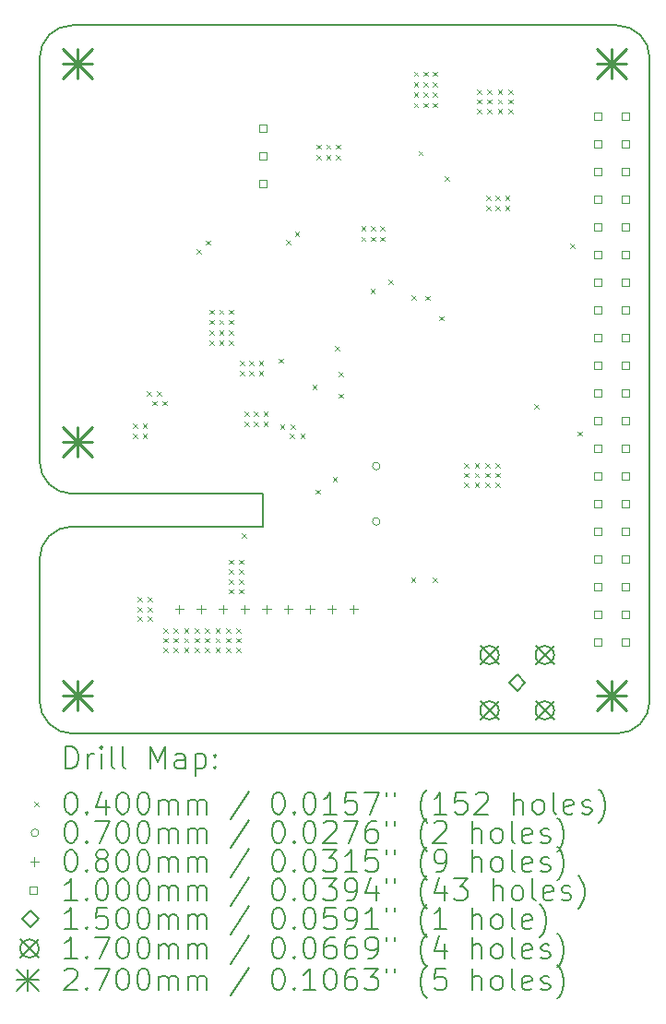
<source format=gbr>
%TF.GenerationSoftware,KiCad,Pcbnew,7.0.2-0*%
%TF.CreationDate,2024-05-07T14:53:10-07:00*%
%TF.ProjectId,RPi_interface,5250695f-696e-4746-9572-666163652e6b,1.1*%
%TF.SameCoordinates,Original*%
%TF.FileFunction,Drillmap*%
%TF.FilePolarity,Positive*%
%FSLAX45Y45*%
G04 Gerber Fmt 4.5, Leading zero omitted, Abs format (unit mm)*
G04 Created by KiCad (PCBNEW 7.0.2-0) date 2024-05-07 14:53:10*
%MOMM*%
%LPD*%
G01*
G04 APERTURE LIST*
%ADD10C,0.150000*%
%ADD11C,0.200000*%
%ADD12C,0.040000*%
%ADD13C,0.070000*%
%ADD14C,0.080000*%
%ADD15C,0.100000*%
%ADD16C,0.170000*%
%ADD17C,0.270000*%
G04 APERTURE END LIST*
D10*
X14300000Y-4800000D02*
X9300000Y-4800000D01*
X11050000Y-9400000D02*
X9300000Y-9400000D01*
X14300000Y-11300000D02*
X9300000Y-11300000D01*
X9300000Y-4800000D02*
G75*
G03*
X9000000Y-5100000I0J-300000D01*
G01*
X9300000Y-9400000D02*
G75*
G03*
X9000000Y-9700000I0J-300000D01*
G01*
X9000000Y-11000000D02*
G75*
G03*
X9300000Y-11300000I300000J0D01*
G01*
X14300000Y-11300000D02*
G75*
G03*
X14600000Y-11000000I0J300000D01*
G01*
X11050000Y-9100000D02*
X11050000Y-9400000D01*
X9000000Y-5100000D02*
X9000000Y-8800000D01*
X14600000Y-5100000D02*
G75*
G03*
X14300000Y-4800000I-300000J0D01*
G01*
X9000000Y-11000000D02*
X9000000Y-9700000D01*
X9000000Y-8800000D02*
G75*
G03*
X9300000Y-9100000I300000J0D01*
G01*
X14600000Y-11000000D02*
X14600000Y-5100000D01*
X9300000Y-9100000D02*
X11050000Y-9100000D01*
D11*
D12*
X9857500Y-8452500D02*
X9897500Y-8492500D01*
X9897500Y-8452500D02*
X9857500Y-8492500D01*
X9857500Y-8547500D02*
X9897500Y-8587500D01*
X9897500Y-8547500D02*
X9857500Y-8587500D01*
X9902500Y-10047500D02*
X9942500Y-10087500D01*
X9942500Y-10047500D02*
X9902500Y-10087500D01*
X9902500Y-10137500D02*
X9942500Y-10177500D01*
X9942500Y-10137500D02*
X9902500Y-10177500D01*
X9902500Y-10227500D02*
X9942500Y-10267500D01*
X9942500Y-10227500D02*
X9902500Y-10267500D01*
X9945000Y-8452500D02*
X9985000Y-8492500D01*
X9985000Y-8452500D02*
X9945000Y-8492500D01*
X9945000Y-8547500D02*
X9985000Y-8587500D01*
X9985000Y-8547500D02*
X9945000Y-8587500D01*
X9981134Y-8158866D02*
X10021134Y-8198866D01*
X10021134Y-8158866D02*
X9981134Y-8198866D01*
X9992500Y-10047500D02*
X10032500Y-10087500D01*
X10032500Y-10047500D02*
X9992500Y-10087500D01*
X9992500Y-10137500D02*
X10032500Y-10177500D01*
X10032500Y-10137500D02*
X9992500Y-10177500D01*
X9992500Y-10227500D02*
X10032500Y-10267500D01*
X10032500Y-10227500D02*
X9992500Y-10267500D01*
X10036134Y-8248866D02*
X10076134Y-8288866D01*
X10076134Y-8248866D02*
X10036134Y-8288866D01*
X10076134Y-8158866D02*
X10116134Y-8198866D01*
X10116134Y-8158866D02*
X10076134Y-8198866D01*
X10131134Y-8248866D02*
X10171134Y-8288866D01*
X10171134Y-8248866D02*
X10131134Y-8288866D01*
X10135000Y-10337500D02*
X10175000Y-10377500D01*
X10175000Y-10337500D02*
X10135000Y-10377500D01*
X10135000Y-10425000D02*
X10175000Y-10465000D01*
X10175000Y-10425000D02*
X10135000Y-10465000D01*
X10135000Y-10512500D02*
X10175000Y-10552500D01*
X10175000Y-10512500D02*
X10135000Y-10552500D01*
X10232500Y-10337500D02*
X10272500Y-10377500D01*
X10272500Y-10337500D02*
X10232500Y-10377500D01*
X10232500Y-10425000D02*
X10272500Y-10465000D01*
X10272500Y-10425000D02*
X10232500Y-10465000D01*
X10232500Y-10512500D02*
X10272500Y-10552500D01*
X10272500Y-10512500D02*
X10232500Y-10552500D01*
X10327500Y-10337500D02*
X10367500Y-10377500D01*
X10367500Y-10337500D02*
X10327500Y-10377500D01*
X10327500Y-10425000D02*
X10367500Y-10465000D01*
X10367500Y-10425000D02*
X10327500Y-10465000D01*
X10327500Y-10512500D02*
X10367500Y-10552500D01*
X10367500Y-10512500D02*
X10327500Y-10552500D01*
X10422500Y-10337500D02*
X10462500Y-10377500D01*
X10462500Y-10337500D02*
X10422500Y-10377500D01*
X10422500Y-10425000D02*
X10462500Y-10465000D01*
X10462500Y-10425000D02*
X10422500Y-10465000D01*
X10422500Y-10512500D02*
X10462500Y-10552500D01*
X10462500Y-10512500D02*
X10422500Y-10552500D01*
X10444250Y-6855750D02*
X10484250Y-6895750D01*
X10484250Y-6855750D02*
X10444250Y-6895750D01*
X10517500Y-10337500D02*
X10557500Y-10377500D01*
X10557500Y-10337500D02*
X10517500Y-10377500D01*
X10517500Y-10425000D02*
X10557500Y-10465000D01*
X10557500Y-10425000D02*
X10517500Y-10465000D01*
X10517500Y-10512500D02*
X10557500Y-10552500D01*
X10557500Y-10512500D02*
X10517500Y-10552500D01*
X10524250Y-6775750D02*
X10564250Y-6815750D01*
X10564250Y-6775750D02*
X10524250Y-6815750D01*
X10561134Y-7408866D02*
X10601134Y-7448866D01*
X10601134Y-7408866D02*
X10561134Y-7448866D01*
X10561134Y-7503866D02*
X10601134Y-7543866D01*
X10601134Y-7503866D02*
X10561134Y-7543866D01*
X10561134Y-7598866D02*
X10601134Y-7638866D01*
X10601134Y-7598866D02*
X10561134Y-7638866D01*
X10561134Y-7696366D02*
X10601134Y-7736366D01*
X10601134Y-7696366D02*
X10561134Y-7736366D01*
X10615000Y-10337500D02*
X10655000Y-10377500D01*
X10655000Y-10337500D02*
X10615000Y-10377500D01*
X10615000Y-10425000D02*
X10655000Y-10465000D01*
X10655000Y-10425000D02*
X10615000Y-10465000D01*
X10615000Y-10512500D02*
X10655000Y-10552500D01*
X10655000Y-10512500D02*
X10615000Y-10552500D01*
X10648634Y-7408866D02*
X10688634Y-7448866D01*
X10688634Y-7408866D02*
X10648634Y-7448866D01*
X10648634Y-7503866D02*
X10688634Y-7543866D01*
X10688634Y-7503866D02*
X10648634Y-7543866D01*
X10648634Y-7598866D02*
X10688634Y-7638866D01*
X10688634Y-7598866D02*
X10648634Y-7638866D01*
X10648634Y-7696366D02*
X10688634Y-7736366D01*
X10688634Y-7696366D02*
X10648634Y-7736366D01*
X10710000Y-10337500D02*
X10750000Y-10377500D01*
X10750000Y-10337500D02*
X10710000Y-10377500D01*
X10710000Y-10425000D02*
X10750000Y-10465000D01*
X10750000Y-10425000D02*
X10710000Y-10465000D01*
X10710000Y-10512500D02*
X10750000Y-10552500D01*
X10750000Y-10512500D02*
X10710000Y-10552500D01*
X10736134Y-7408866D02*
X10776134Y-7448866D01*
X10776134Y-7408866D02*
X10736134Y-7448866D01*
X10736134Y-7503866D02*
X10776134Y-7543866D01*
X10776134Y-7503866D02*
X10736134Y-7543866D01*
X10736134Y-7598866D02*
X10776134Y-7638866D01*
X10776134Y-7598866D02*
X10736134Y-7638866D01*
X10736134Y-7696366D02*
X10776134Y-7736366D01*
X10776134Y-7696366D02*
X10736134Y-7736366D01*
X10740000Y-9705000D02*
X10780000Y-9745000D01*
X10780000Y-9705000D02*
X10740000Y-9745000D01*
X10740000Y-9795000D02*
X10780000Y-9835000D01*
X10780000Y-9795000D02*
X10740000Y-9835000D01*
X10740000Y-9885000D02*
X10780000Y-9925000D01*
X10780000Y-9885000D02*
X10740000Y-9925000D01*
X10740000Y-9975000D02*
X10780000Y-10015000D01*
X10780000Y-9975000D02*
X10740000Y-10015000D01*
X10805000Y-10337500D02*
X10845000Y-10377500D01*
X10845000Y-10337500D02*
X10805000Y-10377500D01*
X10805000Y-10425000D02*
X10845000Y-10465000D01*
X10845000Y-10425000D02*
X10805000Y-10465000D01*
X10805000Y-10512500D02*
X10845000Y-10552500D01*
X10845000Y-10512500D02*
X10805000Y-10552500D01*
X10830000Y-9705000D02*
X10870000Y-9745000D01*
X10870000Y-9705000D02*
X10830000Y-9745000D01*
X10830000Y-9795000D02*
X10870000Y-9835000D01*
X10870000Y-9795000D02*
X10830000Y-9835000D01*
X10830000Y-9885000D02*
X10870000Y-9925000D01*
X10870000Y-9885000D02*
X10830000Y-9925000D01*
X10830000Y-9975000D02*
X10870000Y-10015000D01*
X10870000Y-9975000D02*
X10830000Y-10015000D01*
X10837500Y-7880000D02*
X10877500Y-7920000D01*
X10877500Y-7880000D02*
X10837500Y-7920000D01*
X10837500Y-7975000D02*
X10877500Y-8015000D01*
X10877500Y-7975000D02*
X10837500Y-8015000D01*
X10856250Y-9463750D02*
X10896250Y-9503750D01*
X10896250Y-9463750D02*
X10856250Y-9503750D01*
X10881000Y-8342500D02*
X10921000Y-8382500D01*
X10921000Y-8342500D02*
X10881000Y-8382500D01*
X10881000Y-8440000D02*
X10921000Y-8480000D01*
X10921000Y-8440000D02*
X10881000Y-8480000D01*
X10925000Y-7880000D02*
X10965000Y-7920000D01*
X10965000Y-7880000D02*
X10925000Y-7920000D01*
X10925000Y-7975000D02*
X10965000Y-8015000D01*
X10965000Y-7975000D02*
X10925000Y-8015000D01*
X10968500Y-8342500D02*
X11008500Y-8382500D01*
X11008500Y-8342500D02*
X10968500Y-8382500D01*
X10968500Y-8440000D02*
X11008500Y-8480000D01*
X11008500Y-8440000D02*
X10968500Y-8480000D01*
X11012500Y-7880000D02*
X11052500Y-7920000D01*
X11052500Y-7880000D02*
X11012500Y-7920000D01*
X11012500Y-7975000D02*
X11052500Y-8015000D01*
X11052500Y-7975000D02*
X11012500Y-8015000D01*
X11056000Y-8342500D02*
X11096000Y-8382500D01*
X11096000Y-8342500D02*
X11056000Y-8382500D01*
X11056000Y-8440000D02*
X11096000Y-8480000D01*
X11096000Y-8440000D02*
X11056000Y-8480000D01*
X11197954Y-7859000D02*
X11237954Y-7899000D01*
X11237954Y-7859000D02*
X11197954Y-7899000D01*
X11208634Y-8461366D02*
X11248634Y-8501366D01*
X11248634Y-8461366D02*
X11208634Y-8501366D01*
X11263000Y-6773000D02*
X11303000Y-6813000D01*
X11303000Y-6773000D02*
X11263000Y-6813000D01*
X11298634Y-8551366D02*
X11338634Y-8591366D01*
X11338634Y-8551366D02*
X11298634Y-8591366D01*
X11303634Y-8461366D02*
X11343634Y-8501366D01*
X11343634Y-8461366D02*
X11303634Y-8501366D01*
X11343000Y-6693000D02*
X11383000Y-6733000D01*
X11383000Y-6693000D02*
X11343000Y-6733000D01*
X11393634Y-8551366D02*
X11433634Y-8591366D01*
X11433634Y-8551366D02*
X11393634Y-8591366D01*
X11503634Y-8101366D02*
X11543634Y-8141366D01*
X11543634Y-8101366D02*
X11503634Y-8141366D01*
X11532500Y-9060000D02*
X11572500Y-9100000D01*
X11572500Y-9060000D02*
X11532500Y-9100000D01*
X11542500Y-5895000D02*
X11582500Y-5935000D01*
X11582500Y-5895000D02*
X11542500Y-5935000D01*
X11542500Y-5990000D02*
X11582500Y-6030000D01*
X11582500Y-5990000D02*
X11542500Y-6030000D01*
X11630000Y-5895000D02*
X11670000Y-5935000D01*
X11670000Y-5895000D02*
X11630000Y-5935000D01*
X11630000Y-5990000D02*
X11670000Y-6030000D01*
X11670000Y-5990000D02*
X11630000Y-6030000D01*
X11691230Y-8948730D02*
X11731230Y-8988730D01*
X11731230Y-8948730D02*
X11691230Y-8988730D01*
X11713634Y-7741366D02*
X11753634Y-7781366D01*
X11753634Y-7741366D02*
X11713634Y-7781366D01*
X11717500Y-5895000D02*
X11757500Y-5935000D01*
X11757500Y-5895000D02*
X11717500Y-5935000D01*
X11717500Y-5990000D02*
X11757500Y-6030000D01*
X11757500Y-5990000D02*
X11717500Y-6030000D01*
X11743634Y-7981366D02*
X11783634Y-8021366D01*
X11783634Y-7981366D02*
X11743634Y-8021366D01*
X11743634Y-8181366D02*
X11783634Y-8221366D01*
X11783634Y-8181366D02*
X11743634Y-8221366D01*
X11952500Y-6645000D02*
X11992500Y-6685000D01*
X11992500Y-6645000D02*
X11952500Y-6685000D01*
X11952500Y-6740000D02*
X11992500Y-6780000D01*
X11992500Y-6740000D02*
X11952500Y-6780000D01*
X12037948Y-7217416D02*
X12077948Y-7257416D01*
X12077948Y-7217416D02*
X12037948Y-7257416D01*
X12040000Y-6645000D02*
X12080000Y-6685000D01*
X12080000Y-6645000D02*
X12040000Y-6685000D01*
X12040000Y-6740000D02*
X12080000Y-6780000D01*
X12080000Y-6740000D02*
X12040000Y-6780000D01*
X12127500Y-6645000D02*
X12167500Y-6685000D01*
X12167500Y-6645000D02*
X12127500Y-6685000D01*
X12127500Y-6740000D02*
X12167500Y-6780000D01*
X12167500Y-6740000D02*
X12127500Y-6780000D01*
X12200000Y-7135000D02*
X12240000Y-7175000D01*
X12240000Y-7135000D02*
X12200000Y-7175000D01*
X12410000Y-9867500D02*
X12450000Y-9907500D01*
X12450000Y-9867500D02*
X12410000Y-9907500D01*
X12416000Y-7281000D02*
X12456000Y-7321000D01*
X12456000Y-7281000D02*
X12416000Y-7321000D01*
X12435000Y-5225000D02*
X12475000Y-5265000D01*
X12475000Y-5225000D02*
X12435000Y-5265000D01*
X12435000Y-5322500D02*
X12475000Y-5362500D01*
X12475000Y-5322500D02*
X12435000Y-5362500D01*
X12435000Y-5417500D02*
X12475000Y-5457500D01*
X12475000Y-5417500D02*
X12435000Y-5457500D01*
X12435000Y-5512500D02*
X12475000Y-5552500D01*
X12475000Y-5512500D02*
X12435000Y-5552500D01*
X12477500Y-5952500D02*
X12517500Y-5992500D01*
X12517500Y-5952500D02*
X12477500Y-5992500D01*
X12522500Y-5225000D02*
X12562500Y-5265000D01*
X12562500Y-5225000D02*
X12522500Y-5265000D01*
X12522500Y-5322500D02*
X12562500Y-5362500D01*
X12562500Y-5322500D02*
X12522500Y-5362500D01*
X12522500Y-5417500D02*
X12562500Y-5457500D01*
X12562500Y-5417500D02*
X12522500Y-5457500D01*
X12522500Y-5512500D02*
X12562500Y-5552500D01*
X12562500Y-5512500D02*
X12522500Y-5552500D01*
X12542500Y-7282500D02*
X12582500Y-7322500D01*
X12582500Y-7282500D02*
X12542500Y-7322500D01*
X12610000Y-5225000D02*
X12650000Y-5265000D01*
X12650000Y-5225000D02*
X12610000Y-5265000D01*
X12610000Y-5322500D02*
X12650000Y-5362500D01*
X12650000Y-5322500D02*
X12610000Y-5362500D01*
X12610000Y-5417500D02*
X12650000Y-5457500D01*
X12650000Y-5417500D02*
X12610000Y-5457500D01*
X12610000Y-5512500D02*
X12650000Y-5552500D01*
X12650000Y-5512500D02*
X12610000Y-5552500D01*
X12610000Y-9867500D02*
X12650000Y-9907500D01*
X12650000Y-9867500D02*
X12610000Y-9907500D01*
X12670000Y-7470000D02*
X12710000Y-7510000D01*
X12710000Y-7470000D02*
X12670000Y-7510000D01*
X12717500Y-6187500D02*
X12757500Y-6227500D01*
X12757500Y-6187500D02*
X12717500Y-6227500D01*
X12898500Y-8821000D02*
X12938500Y-8861000D01*
X12938500Y-8821000D02*
X12898500Y-8861000D01*
X12898500Y-8908500D02*
X12938500Y-8948500D01*
X12938500Y-8908500D02*
X12898500Y-8948500D01*
X12898500Y-8996000D02*
X12938500Y-9036000D01*
X12938500Y-8996000D02*
X12898500Y-9036000D01*
X12993500Y-8821000D02*
X13033500Y-8861000D01*
X13033500Y-8821000D02*
X12993500Y-8861000D01*
X12993500Y-8908500D02*
X13033500Y-8948500D01*
X13033500Y-8908500D02*
X12993500Y-8948500D01*
X12993500Y-8996000D02*
X13033500Y-9036000D01*
X13033500Y-8996000D02*
X12993500Y-9036000D01*
X13015000Y-5392500D02*
X13055000Y-5432500D01*
X13055000Y-5392500D02*
X13015000Y-5432500D01*
X13015000Y-5480000D02*
X13055000Y-5520000D01*
X13055000Y-5480000D02*
X13015000Y-5520000D01*
X13015000Y-5567500D02*
X13055000Y-5607500D01*
X13055000Y-5567500D02*
X13015000Y-5607500D01*
X13088500Y-8821000D02*
X13128500Y-8861000D01*
X13128500Y-8821000D02*
X13088500Y-8861000D01*
X13088500Y-8908500D02*
X13128500Y-8948500D01*
X13128500Y-8908500D02*
X13088500Y-8948500D01*
X13088500Y-8996000D02*
X13128500Y-9036000D01*
X13128500Y-8996000D02*
X13088500Y-9036000D01*
X13097500Y-6365000D02*
X13137500Y-6405000D01*
X13137500Y-6365000D02*
X13097500Y-6405000D01*
X13097500Y-6460000D02*
X13137500Y-6500000D01*
X13137500Y-6460000D02*
X13097500Y-6500000D01*
X13110000Y-5392500D02*
X13150000Y-5432500D01*
X13150000Y-5392500D02*
X13110000Y-5432500D01*
X13110000Y-5480000D02*
X13150000Y-5520000D01*
X13150000Y-5480000D02*
X13110000Y-5520000D01*
X13110000Y-5567500D02*
X13150000Y-5607500D01*
X13150000Y-5567500D02*
X13110000Y-5607500D01*
X13185000Y-6365000D02*
X13225000Y-6405000D01*
X13225000Y-6365000D02*
X13185000Y-6405000D01*
X13185000Y-6460000D02*
X13225000Y-6500000D01*
X13225000Y-6460000D02*
X13185000Y-6500000D01*
X13186000Y-8821000D02*
X13226000Y-8861000D01*
X13226000Y-8821000D02*
X13186000Y-8861000D01*
X13186000Y-8908500D02*
X13226000Y-8948500D01*
X13226000Y-8908500D02*
X13186000Y-8948500D01*
X13186000Y-8996000D02*
X13226000Y-9036000D01*
X13226000Y-8996000D02*
X13186000Y-9036000D01*
X13205000Y-5392500D02*
X13245000Y-5432500D01*
X13245000Y-5392500D02*
X13205000Y-5432500D01*
X13205000Y-5480000D02*
X13245000Y-5520000D01*
X13245000Y-5480000D02*
X13205000Y-5520000D01*
X13205000Y-5567500D02*
X13245000Y-5607500D01*
X13245000Y-5567500D02*
X13205000Y-5607500D01*
X13272500Y-6365000D02*
X13312500Y-6405000D01*
X13312500Y-6365000D02*
X13272500Y-6405000D01*
X13272500Y-6460000D02*
X13312500Y-6500000D01*
X13312500Y-6460000D02*
X13272500Y-6500000D01*
X13302500Y-5392500D02*
X13342500Y-5432500D01*
X13342500Y-5392500D02*
X13302500Y-5432500D01*
X13302500Y-5480000D02*
X13342500Y-5520000D01*
X13342500Y-5480000D02*
X13302500Y-5520000D01*
X13302500Y-5567500D02*
X13342500Y-5607500D01*
X13342500Y-5567500D02*
X13302500Y-5607500D01*
X13540050Y-8280000D02*
X13580050Y-8320000D01*
X13580050Y-8280000D02*
X13540050Y-8320000D01*
X13870000Y-6805000D02*
X13910000Y-6845000D01*
X13910000Y-6805000D02*
X13870000Y-6845000D01*
X13940000Y-8527500D02*
X13980000Y-8567500D01*
X13980000Y-8527500D02*
X13940000Y-8567500D01*
D13*
X12125000Y-8846000D02*
G75*
G03*
X12125000Y-8846000I-35000J0D01*
G01*
X12125000Y-9354000D02*
G75*
G03*
X12125000Y-9354000I-35000J0D01*
G01*
D14*
X10282500Y-10120000D02*
X10282500Y-10200000D01*
X10242500Y-10160000D02*
X10322500Y-10160000D01*
X10482500Y-10120000D02*
X10482500Y-10200000D01*
X10442500Y-10160000D02*
X10522500Y-10160000D01*
X10682500Y-10120000D02*
X10682500Y-10200000D01*
X10642500Y-10160000D02*
X10722500Y-10160000D01*
X10882500Y-10120000D02*
X10882500Y-10200000D01*
X10842500Y-10160000D02*
X10922500Y-10160000D01*
X11082500Y-10120000D02*
X11082500Y-10200000D01*
X11042500Y-10160000D02*
X11122500Y-10160000D01*
X11282500Y-10120000D02*
X11282500Y-10200000D01*
X11242500Y-10160000D02*
X11322500Y-10160000D01*
X11482500Y-10120000D02*
X11482500Y-10200000D01*
X11442500Y-10160000D02*
X11522500Y-10160000D01*
X11682500Y-10120000D02*
X11682500Y-10200000D01*
X11642500Y-10160000D02*
X11722500Y-10160000D01*
X11882500Y-10120000D02*
X11882500Y-10200000D01*
X11842500Y-10160000D02*
X11922500Y-10160000D01*
D15*
X11085356Y-5781356D02*
X11085356Y-5710644D01*
X11014644Y-5710644D01*
X11014644Y-5781356D01*
X11085356Y-5781356D01*
X11085356Y-6035356D02*
X11085356Y-5964644D01*
X11014644Y-5964644D01*
X11014644Y-6035356D01*
X11085356Y-6035356D01*
X11085356Y-6289356D02*
X11085356Y-6218644D01*
X11014644Y-6218644D01*
X11014644Y-6289356D01*
X11085356Y-6289356D01*
X14158356Y-5672356D02*
X14158356Y-5601644D01*
X14087644Y-5601644D01*
X14087644Y-5672356D01*
X14158356Y-5672356D01*
X14158356Y-5926356D02*
X14158356Y-5855644D01*
X14087644Y-5855644D01*
X14087644Y-5926356D01*
X14158356Y-5926356D01*
X14158356Y-6180356D02*
X14158356Y-6109644D01*
X14087644Y-6109644D01*
X14087644Y-6180356D01*
X14158356Y-6180356D01*
X14158356Y-6434356D02*
X14158356Y-6363644D01*
X14087644Y-6363644D01*
X14087644Y-6434356D01*
X14158356Y-6434356D01*
X14158356Y-6688356D02*
X14158356Y-6617644D01*
X14087644Y-6617644D01*
X14087644Y-6688356D01*
X14158356Y-6688356D01*
X14158356Y-6942356D02*
X14158356Y-6871644D01*
X14087644Y-6871644D01*
X14087644Y-6942356D01*
X14158356Y-6942356D01*
X14158356Y-7196356D02*
X14158356Y-7125644D01*
X14087644Y-7125644D01*
X14087644Y-7196356D01*
X14158356Y-7196356D01*
X14158356Y-7450356D02*
X14158356Y-7379644D01*
X14087644Y-7379644D01*
X14087644Y-7450356D01*
X14158356Y-7450356D01*
X14158356Y-7704356D02*
X14158356Y-7633644D01*
X14087644Y-7633644D01*
X14087644Y-7704356D01*
X14158356Y-7704356D01*
X14158356Y-7958356D02*
X14158356Y-7887644D01*
X14087644Y-7887644D01*
X14087644Y-7958356D01*
X14158356Y-7958356D01*
X14158356Y-8212356D02*
X14158356Y-8141644D01*
X14087644Y-8141644D01*
X14087644Y-8212356D01*
X14158356Y-8212356D01*
X14158356Y-8466356D02*
X14158356Y-8395644D01*
X14087644Y-8395644D01*
X14087644Y-8466356D01*
X14158356Y-8466356D01*
X14158356Y-8720356D02*
X14158356Y-8649644D01*
X14087644Y-8649644D01*
X14087644Y-8720356D01*
X14158356Y-8720356D01*
X14158356Y-8974356D02*
X14158356Y-8903644D01*
X14087644Y-8903644D01*
X14087644Y-8974356D01*
X14158356Y-8974356D01*
X14158356Y-9228356D02*
X14158356Y-9157644D01*
X14087644Y-9157644D01*
X14087644Y-9228356D01*
X14158356Y-9228356D01*
X14158356Y-9482356D02*
X14158356Y-9411644D01*
X14087644Y-9411644D01*
X14087644Y-9482356D01*
X14158356Y-9482356D01*
X14158356Y-9736356D02*
X14158356Y-9665644D01*
X14087644Y-9665644D01*
X14087644Y-9736356D01*
X14158356Y-9736356D01*
X14158356Y-9990356D02*
X14158356Y-9919644D01*
X14087644Y-9919644D01*
X14087644Y-9990356D01*
X14158356Y-9990356D01*
X14158356Y-10244356D02*
X14158356Y-10173644D01*
X14087644Y-10173644D01*
X14087644Y-10244356D01*
X14158356Y-10244356D01*
X14158356Y-10498356D02*
X14158356Y-10427644D01*
X14087644Y-10427644D01*
X14087644Y-10498356D01*
X14158356Y-10498356D01*
X14412356Y-5672356D02*
X14412356Y-5601644D01*
X14341644Y-5601644D01*
X14341644Y-5672356D01*
X14412356Y-5672356D01*
X14412356Y-5926356D02*
X14412356Y-5855644D01*
X14341644Y-5855644D01*
X14341644Y-5926356D01*
X14412356Y-5926356D01*
X14412356Y-6180356D02*
X14412356Y-6109644D01*
X14341644Y-6109644D01*
X14341644Y-6180356D01*
X14412356Y-6180356D01*
X14412356Y-6434356D02*
X14412356Y-6363644D01*
X14341644Y-6363644D01*
X14341644Y-6434356D01*
X14412356Y-6434356D01*
X14412356Y-6688356D02*
X14412356Y-6617644D01*
X14341644Y-6617644D01*
X14341644Y-6688356D01*
X14412356Y-6688356D01*
X14412356Y-6942356D02*
X14412356Y-6871644D01*
X14341644Y-6871644D01*
X14341644Y-6942356D01*
X14412356Y-6942356D01*
X14412356Y-7196356D02*
X14412356Y-7125644D01*
X14341644Y-7125644D01*
X14341644Y-7196356D01*
X14412356Y-7196356D01*
X14412356Y-7450356D02*
X14412356Y-7379644D01*
X14341644Y-7379644D01*
X14341644Y-7450356D01*
X14412356Y-7450356D01*
X14412356Y-7704356D02*
X14412356Y-7633644D01*
X14341644Y-7633644D01*
X14341644Y-7704356D01*
X14412356Y-7704356D01*
X14412356Y-7958356D02*
X14412356Y-7887644D01*
X14341644Y-7887644D01*
X14341644Y-7958356D01*
X14412356Y-7958356D01*
X14412356Y-8212356D02*
X14412356Y-8141644D01*
X14341644Y-8141644D01*
X14341644Y-8212356D01*
X14412356Y-8212356D01*
X14412356Y-8466356D02*
X14412356Y-8395644D01*
X14341644Y-8395644D01*
X14341644Y-8466356D01*
X14412356Y-8466356D01*
X14412356Y-8720356D02*
X14412356Y-8649644D01*
X14341644Y-8649644D01*
X14341644Y-8720356D01*
X14412356Y-8720356D01*
X14412356Y-8974356D02*
X14412356Y-8903644D01*
X14341644Y-8903644D01*
X14341644Y-8974356D01*
X14412356Y-8974356D01*
X14412356Y-9228356D02*
X14412356Y-9157644D01*
X14341644Y-9157644D01*
X14341644Y-9228356D01*
X14412356Y-9228356D01*
X14412356Y-9482356D02*
X14412356Y-9411644D01*
X14341644Y-9411644D01*
X14341644Y-9482356D01*
X14412356Y-9482356D01*
X14412356Y-9736356D02*
X14412356Y-9665644D01*
X14341644Y-9665644D01*
X14341644Y-9736356D01*
X14412356Y-9736356D01*
X14412356Y-9990356D02*
X14412356Y-9919644D01*
X14341644Y-9919644D01*
X14341644Y-9990356D01*
X14412356Y-9990356D01*
X14412356Y-10244356D02*
X14412356Y-10173644D01*
X14341644Y-10173644D01*
X14341644Y-10244356D01*
X14412356Y-10244356D01*
X14412356Y-10498356D02*
X14412356Y-10427644D01*
X14341644Y-10427644D01*
X14341644Y-10498356D01*
X14412356Y-10498356D01*
D10*
X13383000Y-10908500D02*
X13458000Y-10833500D01*
X13383000Y-10758500D01*
X13308000Y-10833500D01*
X13383000Y-10908500D01*
D16*
X13044000Y-10494500D02*
X13214000Y-10664500D01*
X13214000Y-10494500D02*
X13044000Y-10664500D01*
X13214000Y-10579500D02*
G75*
G03*
X13214000Y-10579500I-85000J0D01*
G01*
X13044000Y-11002500D02*
X13214000Y-11172500D01*
X13214000Y-11002500D02*
X13044000Y-11172500D01*
X13214000Y-11087500D02*
G75*
G03*
X13214000Y-11087500I-85000J0D01*
G01*
X13552000Y-10494500D02*
X13722000Y-10664500D01*
X13722000Y-10494500D02*
X13552000Y-10664500D01*
X13722000Y-10579500D02*
G75*
G03*
X13722000Y-10579500I-85000J0D01*
G01*
X13552000Y-11002500D02*
X13722000Y-11172500D01*
X13722000Y-11002500D02*
X13552000Y-11172500D01*
X13722000Y-11087500D02*
G75*
G03*
X13722000Y-11087500I-85000J0D01*
G01*
D17*
X9215000Y-5015000D02*
X9485000Y-5285000D01*
X9485000Y-5015000D02*
X9215000Y-5285000D01*
X9350000Y-5015000D02*
X9350000Y-5285000D01*
X9215000Y-5150000D02*
X9485000Y-5150000D01*
X9215000Y-8485000D02*
X9485000Y-8755000D01*
X9485000Y-8485000D02*
X9215000Y-8755000D01*
X9350000Y-8485000D02*
X9350000Y-8755000D01*
X9215000Y-8620000D02*
X9485000Y-8620000D01*
X9215000Y-10815000D02*
X9485000Y-11085000D01*
X9485000Y-10815000D02*
X9215000Y-11085000D01*
X9350000Y-10815000D02*
X9350000Y-11085000D01*
X9215000Y-10950000D02*
X9485000Y-10950000D01*
X14115000Y-5015000D02*
X14385000Y-5285000D01*
X14385000Y-5015000D02*
X14115000Y-5285000D01*
X14250000Y-5015000D02*
X14250000Y-5285000D01*
X14115000Y-5150000D02*
X14385000Y-5150000D01*
X14115000Y-10815000D02*
X14385000Y-11085000D01*
X14385000Y-10815000D02*
X14115000Y-11085000D01*
X14250000Y-10815000D02*
X14250000Y-11085000D01*
X14115000Y-10950000D02*
X14385000Y-10950000D01*
D11*
X9240119Y-11620024D02*
X9240119Y-11420024D01*
X9240119Y-11420024D02*
X9287738Y-11420024D01*
X9287738Y-11420024D02*
X9316310Y-11429548D01*
X9316310Y-11429548D02*
X9335357Y-11448595D01*
X9335357Y-11448595D02*
X9344881Y-11467643D01*
X9344881Y-11467643D02*
X9354405Y-11505738D01*
X9354405Y-11505738D02*
X9354405Y-11534309D01*
X9354405Y-11534309D02*
X9344881Y-11572405D01*
X9344881Y-11572405D02*
X9335357Y-11591452D01*
X9335357Y-11591452D02*
X9316310Y-11610500D01*
X9316310Y-11610500D02*
X9287738Y-11620024D01*
X9287738Y-11620024D02*
X9240119Y-11620024D01*
X9440119Y-11620024D02*
X9440119Y-11486690D01*
X9440119Y-11524786D02*
X9449643Y-11505738D01*
X9449643Y-11505738D02*
X9459167Y-11496214D01*
X9459167Y-11496214D02*
X9478214Y-11486690D01*
X9478214Y-11486690D02*
X9497262Y-11486690D01*
X9563929Y-11620024D02*
X9563929Y-11486690D01*
X9563929Y-11420024D02*
X9554405Y-11429548D01*
X9554405Y-11429548D02*
X9563929Y-11439071D01*
X9563929Y-11439071D02*
X9573452Y-11429548D01*
X9573452Y-11429548D02*
X9563929Y-11420024D01*
X9563929Y-11420024D02*
X9563929Y-11439071D01*
X9687738Y-11620024D02*
X9668690Y-11610500D01*
X9668690Y-11610500D02*
X9659167Y-11591452D01*
X9659167Y-11591452D02*
X9659167Y-11420024D01*
X9792500Y-11620024D02*
X9773452Y-11610500D01*
X9773452Y-11610500D02*
X9763929Y-11591452D01*
X9763929Y-11591452D02*
X9763929Y-11420024D01*
X10021071Y-11620024D02*
X10021071Y-11420024D01*
X10021071Y-11420024D02*
X10087738Y-11562881D01*
X10087738Y-11562881D02*
X10154405Y-11420024D01*
X10154405Y-11420024D02*
X10154405Y-11620024D01*
X10335357Y-11620024D02*
X10335357Y-11515262D01*
X10335357Y-11515262D02*
X10325833Y-11496214D01*
X10325833Y-11496214D02*
X10306786Y-11486690D01*
X10306786Y-11486690D02*
X10268690Y-11486690D01*
X10268690Y-11486690D02*
X10249643Y-11496214D01*
X10335357Y-11610500D02*
X10316310Y-11620024D01*
X10316310Y-11620024D02*
X10268690Y-11620024D01*
X10268690Y-11620024D02*
X10249643Y-11610500D01*
X10249643Y-11610500D02*
X10240119Y-11591452D01*
X10240119Y-11591452D02*
X10240119Y-11572405D01*
X10240119Y-11572405D02*
X10249643Y-11553357D01*
X10249643Y-11553357D02*
X10268690Y-11543833D01*
X10268690Y-11543833D02*
X10316310Y-11543833D01*
X10316310Y-11543833D02*
X10335357Y-11534309D01*
X10430595Y-11486690D02*
X10430595Y-11686690D01*
X10430595Y-11496214D02*
X10449643Y-11486690D01*
X10449643Y-11486690D02*
X10487738Y-11486690D01*
X10487738Y-11486690D02*
X10506786Y-11496214D01*
X10506786Y-11496214D02*
X10516310Y-11505738D01*
X10516310Y-11505738D02*
X10525833Y-11524786D01*
X10525833Y-11524786D02*
X10525833Y-11581928D01*
X10525833Y-11581928D02*
X10516310Y-11600976D01*
X10516310Y-11600976D02*
X10506786Y-11610500D01*
X10506786Y-11610500D02*
X10487738Y-11620024D01*
X10487738Y-11620024D02*
X10449643Y-11620024D01*
X10449643Y-11620024D02*
X10430595Y-11610500D01*
X10611548Y-11600976D02*
X10621071Y-11610500D01*
X10621071Y-11610500D02*
X10611548Y-11620024D01*
X10611548Y-11620024D02*
X10602024Y-11610500D01*
X10602024Y-11610500D02*
X10611548Y-11600976D01*
X10611548Y-11600976D02*
X10611548Y-11620024D01*
X10611548Y-11496214D02*
X10621071Y-11505738D01*
X10621071Y-11505738D02*
X10611548Y-11515262D01*
X10611548Y-11515262D02*
X10602024Y-11505738D01*
X10602024Y-11505738D02*
X10611548Y-11496214D01*
X10611548Y-11496214D02*
X10611548Y-11515262D01*
D12*
X8952500Y-11927500D02*
X8992500Y-11967500D01*
X8992500Y-11927500D02*
X8952500Y-11967500D01*
D11*
X9278214Y-11840024D02*
X9297262Y-11840024D01*
X9297262Y-11840024D02*
X9316310Y-11849548D01*
X9316310Y-11849548D02*
X9325833Y-11859071D01*
X9325833Y-11859071D02*
X9335357Y-11878119D01*
X9335357Y-11878119D02*
X9344881Y-11916214D01*
X9344881Y-11916214D02*
X9344881Y-11963833D01*
X9344881Y-11963833D02*
X9335357Y-12001928D01*
X9335357Y-12001928D02*
X9325833Y-12020976D01*
X9325833Y-12020976D02*
X9316310Y-12030500D01*
X9316310Y-12030500D02*
X9297262Y-12040024D01*
X9297262Y-12040024D02*
X9278214Y-12040024D01*
X9278214Y-12040024D02*
X9259167Y-12030500D01*
X9259167Y-12030500D02*
X9249643Y-12020976D01*
X9249643Y-12020976D02*
X9240119Y-12001928D01*
X9240119Y-12001928D02*
X9230595Y-11963833D01*
X9230595Y-11963833D02*
X9230595Y-11916214D01*
X9230595Y-11916214D02*
X9240119Y-11878119D01*
X9240119Y-11878119D02*
X9249643Y-11859071D01*
X9249643Y-11859071D02*
X9259167Y-11849548D01*
X9259167Y-11849548D02*
X9278214Y-11840024D01*
X9430595Y-12020976D02*
X9440119Y-12030500D01*
X9440119Y-12030500D02*
X9430595Y-12040024D01*
X9430595Y-12040024D02*
X9421071Y-12030500D01*
X9421071Y-12030500D02*
X9430595Y-12020976D01*
X9430595Y-12020976D02*
X9430595Y-12040024D01*
X9611548Y-11906690D02*
X9611548Y-12040024D01*
X9563929Y-11830500D02*
X9516310Y-11973357D01*
X9516310Y-11973357D02*
X9640119Y-11973357D01*
X9754405Y-11840024D02*
X9773452Y-11840024D01*
X9773452Y-11840024D02*
X9792500Y-11849548D01*
X9792500Y-11849548D02*
X9802024Y-11859071D01*
X9802024Y-11859071D02*
X9811548Y-11878119D01*
X9811548Y-11878119D02*
X9821071Y-11916214D01*
X9821071Y-11916214D02*
X9821071Y-11963833D01*
X9821071Y-11963833D02*
X9811548Y-12001928D01*
X9811548Y-12001928D02*
X9802024Y-12020976D01*
X9802024Y-12020976D02*
X9792500Y-12030500D01*
X9792500Y-12030500D02*
X9773452Y-12040024D01*
X9773452Y-12040024D02*
X9754405Y-12040024D01*
X9754405Y-12040024D02*
X9735357Y-12030500D01*
X9735357Y-12030500D02*
X9725833Y-12020976D01*
X9725833Y-12020976D02*
X9716310Y-12001928D01*
X9716310Y-12001928D02*
X9706786Y-11963833D01*
X9706786Y-11963833D02*
X9706786Y-11916214D01*
X9706786Y-11916214D02*
X9716310Y-11878119D01*
X9716310Y-11878119D02*
X9725833Y-11859071D01*
X9725833Y-11859071D02*
X9735357Y-11849548D01*
X9735357Y-11849548D02*
X9754405Y-11840024D01*
X9944881Y-11840024D02*
X9963929Y-11840024D01*
X9963929Y-11840024D02*
X9982976Y-11849548D01*
X9982976Y-11849548D02*
X9992500Y-11859071D01*
X9992500Y-11859071D02*
X10002024Y-11878119D01*
X10002024Y-11878119D02*
X10011548Y-11916214D01*
X10011548Y-11916214D02*
X10011548Y-11963833D01*
X10011548Y-11963833D02*
X10002024Y-12001928D01*
X10002024Y-12001928D02*
X9992500Y-12020976D01*
X9992500Y-12020976D02*
X9982976Y-12030500D01*
X9982976Y-12030500D02*
X9963929Y-12040024D01*
X9963929Y-12040024D02*
X9944881Y-12040024D01*
X9944881Y-12040024D02*
X9925833Y-12030500D01*
X9925833Y-12030500D02*
X9916310Y-12020976D01*
X9916310Y-12020976D02*
X9906786Y-12001928D01*
X9906786Y-12001928D02*
X9897262Y-11963833D01*
X9897262Y-11963833D02*
X9897262Y-11916214D01*
X9897262Y-11916214D02*
X9906786Y-11878119D01*
X9906786Y-11878119D02*
X9916310Y-11859071D01*
X9916310Y-11859071D02*
X9925833Y-11849548D01*
X9925833Y-11849548D02*
X9944881Y-11840024D01*
X10097262Y-12040024D02*
X10097262Y-11906690D01*
X10097262Y-11925738D02*
X10106786Y-11916214D01*
X10106786Y-11916214D02*
X10125833Y-11906690D01*
X10125833Y-11906690D02*
X10154405Y-11906690D01*
X10154405Y-11906690D02*
X10173452Y-11916214D01*
X10173452Y-11916214D02*
X10182976Y-11935262D01*
X10182976Y-11935262D02*
X10182976Y-12040024D01*
X10182976Y-11935262D02*
X10192500Y-11916214D01*
X10192500Y-11916214D02*
X10211548Y-11906690D01*
X10211548Y-11906690D02*
X10240119Y-11906690D01*
X10240119Y-11906690D02*
X10259167Y-11916214D01*
X10259167Y-11916214D02*
X10268691Y-11935262D01*
X10268691Y-11935262D02*
X10268691Y-12040024D01*
X10363929Y-12040024D02*
X10363929Y-11906690D01*
X10363929Y-11925738D02*
X10373452Y-11916214D01*
X10373452Y-11916214D02*
X10392500Y-11906690D01*
X10392500Y-11906690D02*
X10421072Y-11906690D01*
X10421072Y-11906690D02*
X10440119Y-11916214D01*
X10440119Y-11916214D02*
X10449643Y-11935262D01*
X10449643Y-11935262D02*
X10449643Y-12040024D01*
X10449643Y-11935262D02*
X10459167Y-11916214D01*
X10459167Y-11916214D02*
X10478214Y-11906690D01*
X10478214Y-11906690D02*
X10506786Y-11906690D01*
X10506786Y-11906690D02*
X10525833Y-11916214D01*
X10525833Y-11916214D02*
X10535357Y-11935262D01*
X10535357Y-11935262D02*
X10535357Y-12040024D01*
X10925833Y-11830500D02*
X10754405Y-12087643D01*
X11182976Y-11840024D02*
X11202024Y-11840024D01*
X11202024Y-11840024D02*
X11221072Y-11849548D01*
X11221072Y-11849548D02*
X11230595Y-11859071D01*
X11230595Y-11859071D02*
X11240119Y-11878119D01*
X11240119Y-11878119D02*
X11249643Y-11916214D01*
X11249643Y-11916214D02*
X11249643Y-11963833D01*
X11249643Y-11963833D02*
X11240119Y-12001928D01*
X11240119Y-12001928D02*
X11230595Y-12020976D01*
X11230595Y-12020976D02*
X11221072Y-12030500D01*
X11221072Y-12030500D02*
X11202024Y-12040024D01*
X11202024Y-12040024D02*
X11182976Y-12040024D01*
X11182976Y-12040024D02*
X11163929Y-12030500D01*
X11163929Y-12030500D02*
X11154405Y-12020976D01*
X11154405Y-12020976D02*
X11144881Y-12001928D01*
X11144881Y-12001928D02*
X11135357Y-11963833D01*
X11135357Y-11963833D02*
X11135357Y-11916214D01*
X11135357Y-11916214D02*
X11144881Y-11878119D01*
X11144881Y-11878119D02*
X11154405Y-11859071D01*
X11154405Y-11859071D02*
X11163929Y-11849548D01*
X11163929Y-11849548D02*
X11182976Y-11840024D01*
X11335357Y-12020976D02*
X11344881Y-12030500D01*
X11344881Y-12030500D02*
X11335357Y-12040024D01*
X11335357Y-12040024D02*
X11325833Y-12030500D01*
X11325833Y-12030500D02*
X11335357Y-12020976D01*
X11335357Y-12020976D02*
X11335357Y-12040024D01*
X11468691Y-11840024D02*
X11487738Y-11840024D01*
X11487738Y-11840024D02*
X11506786Y-11849548D01*
X11506786Y-11849548D02*
X11516310Y-11859071D01*
X11516310Y-11859071D02*
X11525833Y-11878119D01*
X11525833Y-11878119D02*
X11535357Y-11916214D01*
X11535357Y-11916214D02*
X11535357Y-11963833D01*
X11535357Y-11963833D02*
X11525833Y-12001928D01*
X11525833Y-12001928D02*
X11516310Y-12020976D01*
X11516310Y-12020976D02*
X11506786Y-12030500D01*
X11506786Y-12030500D02*
X11487738Y-12040024D01*
X11487738Y-12040024D02*
X11468691Y-12040024D01*
X11468691Y-12040024D02*
X11449643Y-12030500D01*
X11449643Y-12030500D02*
X11440119Y-12020976D01*
X11440119Y-12020976D02*
X11430595Y-12001928D01*
X11430595Y-12001928D02*
X11421072Y-11963833D01*
X11421072Y-11963833D02*
X11421072Y-11916214D01*
X11421072Y-11916214D02*
X11430595Y-11878119D01*
X11430595Y-11878119D02*
X11440119Y-11859071D01*
X11440119Y-11859071D02*
X11449643Y-11849548D01*
X11449643Y-11849548D02*
X11468691Y-11840024D01*
X11725833Y-12040024D02*
X11611548Y-12040024D01*
X11668691Y-12040024D02*
X11668691Y-11840024D01*
X11668691Y-11840024D02*
X11649643Y-11868595D01*
X11649643Y-11868595D02*
X11630595Y-11887643D01*
X11630595Y-11887643D02*
X11611548Y-11897167D01*
X11906786Y-11840024D02*
X11811548Y-11840024D01*
X11811548Y-11840024D02*
X11802024Y-11935262D01*
X11802024Y-11935262D02*
X11811548Y-11925738D01*
X11811548Y-11925738D02*
X11830595Y-11916214D01*
X11830595Y-11916214D02*
X11878214Y-11916214D01*
X11878214Y-11916214D02*
X11897262Y-11925738D01*
X11897262Y-11925738D02*
X11906786Y-11935262D01*
X11906786Y-11935262D02*
X11916310Y-11954309D01*
X11916310Y-11954309D02*
X11916310Y-12001928D01*
X11916310Y-12001928D02*
X11906786Y-12020976D01*
X11906786Y-12020976D02*
X11897262Y-12030500D01*
X11897262Y-12030500D02*
X11878214Y-12040024D01*
X11878214Y-12040024D02*
X11830595Y-12040024D01*
X11830595Y-12040024D02*
X11811548Y-12030500D01*
X11811548Y-12030500D02*
X11802024Y-12020976D01*
X11982976Y-11840024D02*
X12116310Y-11840024D01*
X12116310Y-11840024D02*
X12030595Y-12040024D01*
X12182976Y-11840024D02*
X12182976Y-11878119D01*
X12259167Y-11840024D02*
X12259167Y-11878119D01*
X12554405Y-12116214D02*
X12544881Y-12106690D01*
X12544881Y-12106690D02*
X12525834Y-12078119D01*
X12525834Y-12078119D02*
X12516310Y-12059071D01*
X12516310Y-12059071D02*
X12506786Y-12030500D01*
X12506786Y-12030500D02*
X12497262Y-11982881D01*
X12497262Y-11982881D02*
X12497262Y-11944786D01*
X12497262Y-11944786D02*
X12506786Y-11897167D01*
X12506786Y-11897167D02*
X12516310Y-11868595D01*
X12516310Y-11868595D02*
X12525834Y-11849548D01*
X12525834Y-11849548D02*
X12544881Y-11820976D01*
X12544881Y-11820976D02*
X12554405Y-11811452D01*
X12735357Y-12040024D02*
X12621072Y-12040024D01*
X12678214Y-12040024D02*
X12678214Y-11840024D01*
X12678214Y-11840024D02*
X12659167Y-11868595D01*
X12659167Y-11868595D02*
X12640119Y-11887643D01*
X12640119Y-11887643D02*
X12621072Y-11897167D01*
X12916310Y-11840024D02*
X12821072Y-11840024D01*
X12821072Y-11840024D02*
X12811548Y-11935262D01*
X12811548Y-11935262D02*
X12821072Y-11925738D01*
X12821072Y-11925738D02*
X12840119Y-11916214D01*
X12840119Y-11916214D02*
X12887738Y-11916214D01*
X12887738Y-11916214D02*
X12906786Y-11925738D01*
X12906786Y-11925738D02*
X12916310Y-11935262D01*
X12916310Y-11935262D02*
X12925834Y-11954309D01*
X12925834Y-11954309D02*
X12925834Y-12001928D01*
X12925834Y-12001928D02*
X12916310Y-12020976D01*
X12916310Y-12020976D02*
X12906786Y-12030500D01*
X12906786Y-12030500D02*
X12887738Y-12040024D01*
X12887738Y-12040024D02*
X12840119Y-12040024D01*
X12840119Y-12040024D02*
X12821072Y-12030500D01*
X12821072Y-12030500D02*
X12811548Y-12020976D01*
X13002024Y-11859071D02*
X13011548Y-11849548D01*
X13011548Y-11849548D02*
X13030595Y-11840024D01*
X13030595Y-11840024D02*
X13078215Y-11840024D01*
X13078215Y-11840024D02*
X13097262Y-11849548D01*
X13097262Y-11849548D02*
X13106786Y-11859071D01*
X13106786Y-11859071D02*
X13116310Y-11878119D01*
X13116310Y-11878119D02*
X13116310Y-11897167D01*
X13116310Y-11897167D02*
X13106786Y-11925738D01*
X13106786Y-11925738D02*
X12992500Y-12040024D01*
X12992500Y-12040024D02*
X13116310Y-12040024D01*
X13354405Y-12040024D02*
X13354405Y-11840024D01*
X13440119Y-12040024D02*
X13440119Y-11935262D01*
X13440119Y-11935262D02*
X13430596Y-11916214D01*
X13430596Y-11916214D02*
X13411548Y-11906690D01*
X13411548Y-11906690D02*
X13382976Y-11906690D01*
X13382976Y-11906690D02*
X13363929Y-11916214D01*
X13363929Y-11916214D02*
X13354405Y-11925738D01*
X13563929Y-12040024D02*
X13544881Y-12030500D01*
X13544881Y-12030500D02*
X13535357Y-12020976D01*
X13535357Y-12020976D02*
X13525834Y-12001928D01*
X13525834Y-12001928D02*
X13525834Y-11944786D01*
X13525834Y-11944786D02*
X13535357Y-11925738D01*
X13535357Y-11925738D02*
X13544881Y-11916214D01*
X13544881Y-11916214D02*
X13563929Y-11906690D01*
X13563929Y-11906690D02*
X13592500Y-11906690D01*
X13592500Y-11906690D02*
X13611548Y-11916214D01*
X13611548Y-11916214D02*
X13621072Y-11925738D01*
X13621072Y-11925738D02*
X13630596Y-11944786D01*
X13630596Y-11944786D02*
X13630596Y-12001928D01*
X13630596Y-12001928D02*
X13621072Y-12020976D01*
X13621072Y-12020976D02*
X13611548Y-12030500D01*
X13611548Y-12030500D02*
X13592500Y-12040024D01*
X13592500Y-12040024D02*
X13563929Y-12040024D01*
X13744881Y-12040024D02*
X13725834Y-12030500D01*
X13725834Y-12030500D02*
X13716310Y-12011452D01*
X13716310Y-12011452D02*
X13716310Y-11840024D01*
X13897262Y-12030500D02*
X13878215Y-12040024D01*
X13878215Y-12040024D02*
X13840119Y-12040024D01*
X13840119Y-12040024D02*
X13821072Y-12030500D01*
X13821072Y-12030500D02*
X13811548Y-12011452D01*
X13811548Y-12011452D02*
X13811548Y-11935262D01*
X13811548Y-11935262D02*
X13821072Y-11916214D01*
X13821072Y-11916214D02*
X13840119Y-11906690D01*
X13840119Y-11906690D02*
X13878215Y-11906690D01*
X13878215Y-11906690D02*
X13897262Y-11916214D01*
X13897262Y-11916214D02*
X13906786Y-11935262D01*
X13906786Y-11935262D02*
X13906786Y-11954309D01*
X13906786Y-11954309D02*
X13811548Y-11973357D01*
X13982977Y-12030500D02*
X14002024Y-12040024D01*
X14002024Y-12040024D02*
X14040119Y-12040024D01*
X14040119Y-12040024D02*
X14059167Y-12030500D01*
X14059167Y-12030500D02*
X14068691Y-12011452D01*
X14068691Y-12011452D02*
X14068691Y-12001928D01*
X14068691Y-12001928D02*
X14059167Y-11982881D01*
X14059167Y-11982881D02*
X14040119Y-11973357D01*
X14040119Y-11973357D02*
X14011548Y-11973357D01*
X14011548Y-11973357D02*
X13992500Y-11963833D01*
X13992500Y-11963833D02*
X13982977Y-11944786D01*
X13982977Y-11944786D02*
X13982977Y-11935262D01*
X13982977Y-11935262D02*
X13992500Y-11916214D01*
X13992500Y-11916214D02*
X14011548Y-11906690D01*
X14011548Y-11906690D02*
X14040119Y-11906690D01*
X14040119Y-11906690D02*
X14059167Y-11916214D01*
X14135358Y-12116214D02*
X14144881Y-12106690D01*
X14144881Y-12106690D02*
X14163929Y-12078119D01*
X14163929Y-12078119D02*
X14173453Y-12059071D01*
X14173453Y-12059071D02*
X14182977Y-12030500D01*
X14182977Y-12030500D02*
X14192500Y-11982881D01*
X14192500Y-11982881D02*
X14192500Y-11944786D01*
X14192500Y-11944786D02*
X14182977Y-11897167D01*
X14182977Y-11897167D02*
X14173453Y-11868595D01*
X14173453Y-11868595D02*
X14163929Y-11849548D01*
X14163929Y-11849548D02*
X14144881Y-11820976D01*
X14144881Y-11820976D02*
X14135358Y-11811452D01*
D13*
X8992500Y-12211500D02*
G75*
G03*
X8992500Y-12211500I-35000J0D01*
G01*
D11*
X9278214Y-12104024D02*
X9297262Y-12104024D01*
X9297262Y-12104024D02*
X9316310Y-12113548D01*
X9316310Y-12113548D02*
X9325833Y-12123071D01*
X9325833Y-12123071D02*
X9335357Y-12142119D01*
X9335357Y-12142119D02*
X9344881Y-12180214D01*
X9344881Y-12180214D02*
X9344881Y-12227833D01*
X9344881Y-12227833D02*
X9335357Y-12265928D01*
X9335357Y-12265928D02*
X9325833Y-12284976D01*
X9325833Y-12284976D02*
X9316310Y-12294500D01*
X9316310Y-12294500D02*
X9297262Y-12304024D01*
X9297262Y-12304024D02*
X9278214Y-12304024D01*
X9278214Y-12304024D02*
X9259167Y-12294500D01*
X9259167Y-12294500D02*
X9249643Y-12284976D01*
X9249643Y-12284976D02*
X9240119Y-12265928D01*
X9240119Y-12265928D02*
X9230595Y-12227833D01*
X9230595Y-12227833D02*
X9230595Y-12180214D01*
X9230595Y-12180214D02*
X9240119Y-12142119D01*
X9240119Y-12142119D02*
X9249643Y-12123071D01*
X9249643Y-12123071D02*
X9259167Y-12113548D01*
X9259167Y-12113548D02*
X9278214Y-12104024D01*
X9430595Y-12284976D02*
X9440119Y-12294500D01*
X9440119Y-12294500D02*
X9430595Y-12304024D01*
X9430595Y-12304024D02*
X9421071Y-12294500D01*
X9421071Y-12294500D02*
X9430595Y-12284976D01*
X9430595Y-12284976D02*
X9430595Y-12304024D01*
X9506786Y-12104024D02*
X9640119Y-12104024D01*
X9640119Y-12104024D02*
X9554405Y-12304024D01*
X9754405Y-12104024D02*
X9773452Y-12104024D01*
X9773452Y-12104024D02*
X9792500Y-12113548D01*
X9792500Y-12113548D02*
X9802024Y-12123071D01*
X9802024Y-12123071D02*
X9811548Y-12142119D01*
X9811548Y-12142119D02*
X9821071Y-12180214D01*
X9821071Y-12180214D02*
X9821071Y-12227833D01*
X9821071Y-12227833D02*
X9811548Y-12265928D01*
X9811548Y-12265928D02*
X9802024Y-12284976D01*
X9802024Y-12284976D02*
X9792500Y-12294500D01*
X9792500Y-12294500D02*
X9773452Y-12304024D01*
X9773452Y-12304024D02*
X9754405Y-12304024D01*
X9754405Y-12304024D02*
X9735357Y-12294500D01*
X9735357Y-12294500D02*
X9725833Y-12284976D01*
X9725833Y-12284976D02*
X9716310Y-12265928D01*
X9716310Y-12265928D02*
X9706786Y-12227833D01*
X9706786Y-12227833D02*
X9706786Y-12180214D01*
X9706786Y-12180214D02*
X9716310Y-12142119D01*
X9716310Y-12142119D02*
X9725833Y-12123071D01*
X9725833Y-12123071D02*
X9735357Y-12113548D01*
X9735357Y-12113548D02*
X9754405Y-12104024D01*
X9944881Y-12104024D02*
X9963929Y-12104024D01*
X9963929Y-12104024D02*
X9982976Y-12113548D01*
X9982976Y-12113548D02*
X9992500Y-12123071D01*
X9992500Y-12123071D02*
X10002024Y-12142119D01*
X10002024Y-12142119D02*
X10011548Y-12180214D01*
X10011548Y-12180214D02*
X10011548Y-12227833D01*
X10011548Y-12227833D02*
X10002024Y-12265928D01*
X10002024Y-12265928D02*
X9992500Y-12284976D01*
X9992500Y-12284976D02*
X9982976Y-12294500D01*
X9982976Y-12294500D02*
X9963929Y-12304024D01*
X9963929Y-12304024D02*
X9944881Y-12304024D01*
X9944881Y-12304024D02*
X9925833Y-12294500D01*
X9925833Y-12294500D02*
X9916310Y-12284976D01*
X9916310Y-12284976D02*
X9906786Y-12265928D01*
X9906786Y-12265928D02*
X9897262Y-12227833D01*
X9897262Y-12227833D02*
X9897262Y-12180214D01*
X9897262Y-12180214D02*
X9906786Y-12142119D01*
X9906786Y-12142119D02*
X9916310Y-12123071D01*
X9916310Y-12123071D02*
X9925833Y-12113548D01*
X9925833Y-12113548D02*
X9944881Y-12104024D01*
X10097262Y-12304024D02*
X10097262Y-12170690D01*
X10097262Y-12189738D02*
X10106786Y-12180214D01*
X10106786Y-12180214D02*
X10125833Y-12170690D01*
X10125833Y-12170690D02*
X10154405Y-12170690D01*
X10154405Y-12170690D02*
X10173452Y-12180214D01*
X10173452Y-12180214D02*
X10182976Y-12199262D01*
X10182976Y-12199262D02*
X10182976Y-12304024D01*
X10182976Y-12199262D02*
X10192500Y-12180214D01*
X10192500Y-12180214D02*
X10211548Y-12170690D01*
X10211548Y-12170690D02*
X10240119Y-12170690D01*
X10240119Y-12170690D02*
X10259167Y-12180214D01*
X10259167Y-12180214D02*
X10268691Y-12199262D01*
X10268691Y-12199262D02*
X10268691Y-12304024D01*
X10363929Y-12304024D02*
X10363929Y-12170690D01*
X10363929Y-12189738D02*
X10373452Y-12180214D01*
X10373452Y-12180214D02*
X10392500Y-12170690D01*
X10392500Y-12170690D02*
X10421072Y-12170690D01*
X10421072Y-12170690D02*
X10440119Y-12180214D01*
X10440119Y-12180214D02*
X10449643Y-12199262D01*
X10449643Y-12199262D02*
X10449643Y-12304024D01*
X10449643Y-12199262D02*
X10459167Y-12180214D01*
X10459167Y-12180214D02*
X10478214Y-12170690D01*
X10478214Y-12170690D02*
X10506786Y-12170690D01*
X10506786Y-12170690D02*
X10525833Y-12180214D01*
X10525833Y-12180214D02*
X10535357Y-12199262D01*
X10535357Y-12199262D02*
X10535357Y-12304024D01*
X10925833Y-12094500D02*
X10754405Y-12351643D01*
X11182976Y-12104024D02*
X11202024Y-12104024D01*
X11202024Y-12104024D02*
X11221072Y-12113548D01*
X11221072Y-12113548D02*
X11230595Y-12123071D01*
X11230595Y-12123071D02*
X11240119Y-12142119D01*
X11240119Y-12142119D02*
X11249643Y-12180214D01*
X11249643Y-12180214D02*
X11249643Y-12227833D01*
X11249643Y-12227833D02*
X11240119Y-12265928D01*
X11240119Y-12265928D02*
X11230595Y-12284976D01*
X11230595Y-12284976D02*
X11221072Y-12294500D01*
X11221072Y-12294500D02*
X11202024Y-12304024D01*
X11202024Y-12304024D02*
X11182976Y-12304024D01*
X11182976Y-12304024D02*
X11163929Y-12294500D01*
X11163929Y-12294500D02*
X11154405Y-12284976D01*
X11154405Y-12284976D02*
X11144881Y-12265928D01*
X11144881Y-12265928D02*
X11135357Y-12227833D01*
X11135357Y-12227833D02*
X11135357Y-12180214D01*
X11135357Y-12180214D02*
X11144881Y-12142119D01*
X11144881Y-12142119D02*
X11154405Y-12123071D01*
X11154405Y-12123071D02*
X11163929Y-12113548D01*
X11163929Y-12113548D02*
X11182976Y-12104024D01*
X11335357Y-12284976D02*
X11344881Y-12294500D01*
X11344881Y-12294500D02*
X11335357Y-12304024D01*
X11335357Y-12304024D02*
X11325833Y-12294500D01*
X11325833Y-12294500D02*
X11335357Y-12284976D01*
X11335357Y-12284976D02*
X11335357Y-12304024D01*
X11468691Y-12104024D02*
X11487738Y-12104024D01*
X11487738Y-12104024D02*
X11506786Y-12113548D01*
X11506786Y-12113548D02*
X11516310Y-12123071D01*
X11516310Y-12123071D02*
X11525833Y-12142119D01*
X11525833Y-12142119D02*
X11535357Y-12180214D01*
X11535357Y-12180214D02*
X11535357Y-12227833D01*
X11535357Y-12227833D02*
X11525833Y-12265928D01*
X11525833Y-12265928D02*
X11516310Y-12284976D01*
X11516310Y-12284976D02*
X11506786Y-12294500D01*
X11506786Y-12294500D02*
X11487738Y-12304024D01*
X11487738Y-12304024D02*
X11468691Y-12304024D01*
X11468691Y-12304024D02*
X11449643Y-12294500D01*
X11449643Y-12294500D02*
X11440119Y-12284976D01*
X11440119Y-12284976D02*
X11430595Y-12265928D01*
X11430595Y-12265928D02*
X11421072Y-12227833D01*
X11421072Y-12227833D02*
X11421072Y-12180214D01*
X11421072Y-12180214D02*
X11430595Y-12142119D01*
X11430595Y-12142119D02*
X11440119Y-12123071D01*
X11440119Y-12123071D02*
X11449643Y-12113548D01*
X11449643Y-12113548D02*
X11468691Y-12104024D01*
X11611548Y-12123071D02*
X11621072Y-12113548D01*
X11621072Y-12113548D02*
X11640119Y-12104024D01*
X11640119Y-12104024D02*
X11687738Y-12104024D01*
X11687738Y-12104024D02*
X11706786Y-12113548D01*
X11706786Y-12113548D02*
X11716310Y-12123071D01*
X11716310Y-12123071D02*
X11725833Y-12142119D01*
X11725833Y-12142119D02*
X11725833Y-12161167D01*
X11725833Y-12161167D02*
X11716310Y-12189738D01*
X11716310Y-12189738D02*
X11602024Y-12304024D01*
X11602024Y-12304024D02*
X11725833Y-12304024D01*
X11792500Y-12104024D02*
X11925833Y-12104024D01*
X11925833Y-12104024D02*
X11840119Y-12304024D01*
X12087738Y-12104024D02*
X12049643Y-12104024D01*
X12049643Y-12104024D02*
X12030595Y-12113548D01*
X12030595Y-12113548D02*
X12021072Y-12123071D01*
X12021072Y-12123071D02*
X12002024Y-12151643D01*
X12002024Y-12151643D02*
X11992500Y-12189738D01*
X11992500Y-12189738D02*
X11992500Y-12265928D01*
X11992500Y-12265928D02*
X12002024Y-12284976D01*
X12002024Y-12284976D02*
X12011548Y-12294500D01*
X12011548Y-12294500D02*
X12030595Y-12304024D01*
X12030595Y-12304024D02*
X12068691Y-12304024D01*
X12068691Y-12304024D02*
X12087738Y-12294500D01*
X12087738Y-12294500D02*
X12097262Y-12284976D01*
X12097262Y-12284976D02*
X12106786Y-12265928D01*
X12106786Y-12265928D02*
X12106786Y-12218309D01*
X12106786Y-12218309D02*
X12097262Y-12199262D01*
X12097262Y-12199262D02*
X12087738Y-12189738D01*
X12087738Y-12189738D02*
X12068691Y-12180214D01*
X12068691Y-12180214D02*
X12030595Y-12180214D01*
X12030595Y-12180214D02*
X12011548Y-12189738D01*
X12011548Y-12189738D02*
X12002024Y-12199262D01*
X12002024Y-12199262D02*
X11992500Y-12218309D01*
X12182976Y-12104024D02*
X12182976Y-12142119D01*
X12259167Y-12104024D02*
X12259167Y-12142119D01*
X12554405Y-12380214D02*
X12544881Y-12370690D01*
X12544881Y-12370690D02*
X12525834Y-12342119D01*
X12525834Y-12342119D02*
X12516310Y-12323071D01*
X12516310Y-12323071D02*
X12506786Y-12294500D01*
X12506786Y-12294500D02*
X12497262Y-12246881D01*
X12497262Y-12246881D02*
X12497262Y-12208786D01*
X12497262Y-12208786D02*
X12506786Y-12161167D01*
X12506786Y-12161167D02*
X12516310Y-12132595D01*
X12516310Y-12132595D02*
X12525834Y-12113548D01*
X12525834Y-12113548D02*
X12544881Y-12084976D01*
X12544881Y-12084976D02*
X12554405Y-12075452D01*
X12621072Y-12123071D02*
X12630595Y-12113548D01*
X12630595Y-12113548D02*
X12649643Y-12104024D01*
X12649643Y-12104024D02*
X12697262Y-12104024D01*
X12697262Y-12104024D02*
X12716310Y-12113548D01*
X12716310Y-12113548D02*
X12725834Y-12123071D01*
X12725834Y-12123071D02*
X12735357Y-12142119D01*
X12735357Y-12142119D02*
X12735357Y-12161167D01*
X12735357Y-12161167D02*
X12725834Y-12189738D01*
X12725834Y-12189738D02*
X12611548Y-12304024D01*
X12611548Y-12304024D02*
X12735357Y-12304024D01*
X12973453Y-12304024D02*
X12973453Y-12104024D01*
X13059167Y-12304024D02*
X13059167Y-12199262D01*
X13059167Y-12199262D02*
X13049643Y-12180214D01*
X13049643Y-12180214D02*
X13030596Y-12170690D01*
X13030596Y-12170690D02*
X13002024Y-12170690D01*
X13002024Y-12170690D02*
X12982976Y-12180214D01*
X12982976Y-12180214D02*
X12973453Y-12189738D01*
X13182976Y-12304024D02*
X13163929Y-12294500D01*
X13163929Y-12294500D02*
X13154405Y-12284976D01*
X13154405Y-12284976D02*
X13144881Y-12265928D01*
X13144881Y-12265928D02*
X13144881Y-12208786D01*
X13144881Y-12208786D02*
X13154405Y-12189738D01*
X13154405Y-12189738D02*
X13163929Y-12180214D01*
X13163929Y-12180214D02*
X13182976Y-12170690D01*
X13182976Y-12170690D02*
X13211548Y-12170690D01*
X13211548Y-12170690D02*
X13230596Y-12180214D01*
X13230596Y-12180214D02*
X13240119Y-12189738D01*
X13240119Y-12189738D02*
X13249643Y-12208786D01*
X13249643Y-12208786D02*
X13249643Y-12265928D01*
X13249643Y-12265928D02*
X13240119Y-12284976D01*
X13240119Y-12284976D02*
X13230596Y-12294500D01*
X13230596Y-12294500D02*
X13211548Y-12304024D01*
X13211548Y-12304024D02*
X13182976Y-12304024D01*
X13363929Y-12304024D02*
X13344881Y-12294500D01*
X13344881Y-12294500D02*
X13335357Y-12275452D01*
X13335357Y-12275452D02*
X13335357Y-12104024D01*
X13516310Y-12294500D02*
X13497262Y-12304024D01*
X13497262Y-12304024D02*
X13459167Y-12304024D01*
X13459167Y-12304024D02*
X13440119Y-12294500D01*
X13440119Y-12294500D02*
X13430596Y-12275452D01*
X13430596Y-12275452D02*
X13430596Y-12199262D01*
X13430596Y-12199262D02*
X13440119Y-12180214D01*
X13440119Y-12180214D02*
X13459167Y-12170690D01*
X13459167Y-12170690D02*
X13497262Y-12170690D01*
X13497262Y-12170690D02*
X13516310Y-12180214D01*
X13516310Y-12180214D02*
X13525834Y-12199262D01*
X13525834Y-12199262D02*
X13525834Y-12218309D01*
X13525834Y-12218309D02*
X13430596Y-12237357D01*
X13602024Y-12294500D02*
X13621072Y-12304024D01*
X13621072Y-12304024D02*
X13659167Y-12304024D01*
X13659167Y-12304024D02*
X13678215Y-12294500D01*
X13678215Y-12294500D02*
X13687738Y-12275452D01*
X13687738Y-12275452D02*
X13687738Y-12265928D01*
X13687738Y-12265928D02*
X13678215Y-12246881D01*
X13678215Y-12246881D02*
X13659167Y-12237357D01*
X13659167Y-12237357D02*
X13630596Y-12237357D01*
X13630596Y-12237357D02*
X13611548Y-12227833D01*
X13611548Y-12227833D02*
X13602024Y-12208786D01*
X13602024Y-12208786D02*
X13602024Y-12199262D01*
X13602024Y-12199262D02*
X13611548Y-12180214D01*
X13611548Y-12180214D02*
X13630596Y-12170690D01*
X13630596Y-12170690D02*
X13659167Y-12170690D01*
X13659167Y-12170690D02*
X13678215Y-12180214D01*
X13754405Y-12380214D02*
X13763929Y-12370690D01*
X13763929Y-12370690D02*
X13782977Y-12342119D01*
X13782977Y-12342119D02*
X13792500Y-12323071D01*
X13792500Y-12323071D02*
X13802024Y-12294500D01*
X13802024Y-12294500D02*
X13811548Y-12246881D01*
X13811548Y-12246881D02*
X13811548Y-12208786D01*
X13811548Y-12208786D02*
X13802024Y-12161167D01*
X13802024Y-12161167D02*
X13792500Y-12132595D01*
X13792500Y-12132595D02*
X13782977Y-12113548D01*
X13782977Y-12113548D02*
X13763929Y-12084976D01*
X13763929Y-12084976D02*
X13754405Y-12075452D01*
D14*
X8952500Y-12435500D02*
X8952500Y-12515500D01*
X8912500Y-12475500D02*
X8992500Y-12475500D01*
D11*
X9278214Y-12368024D02*
X9297262Y-12368024D01*
X9297262Y-12368024D02*
X9316310Y-12377548D01*
X9316310Y-12377548D02*
X9325833Y-12387071D01*
X9325833Y-12387071D02*
X9335357Y-12406119D01*
X9335357Y-12406119D02*
X9344881Y-12444214D01*
X9344881Y-12444214D02*
X9344881Y-12491833D01*
X9344881Y-12491833D02*
X9335357Y-12529928D01*
X9335357Y-12529928D02*
X9325833Y-12548976D01*
X9325833Y-12548976D02*
X9316310Y-12558500D01*
X9316310Y-12558500D02*
X9297262Y-12568024D01*
X9297262Y-12568024D02*
X9278214Y-12568024D01*
X9278214Y-12568024D02*
X9259167Y-12558500D01*
X9259167Y-12558500D02*
X9249643Y-12548976D01*
X9249643Y-12548976D02*
X9240119Y-12529928D01*
X9240119Y-12529928D02*
X9230595Y-12491833D01*
X9230595Y-12491833D02*
X9230595Y-12444214D01*
X9230595Y-12444214D02*
X9240119Y-12406119D01*
X9240119Y-12406119D02*
X9249643Y-12387071D01*
X9249643Y-12387071D02*
X9259167Y-12377548D01*
X9259167Y-12377548D02*
X9278214Y-12368024D01*
X9430595Y-12548976D02*
X9440119Y-12558500D01*
X9440119Y-12558500D02*
X9430595Y-12568024D01*
X9430595Y-12568024D02*
X9421071Y-12558500D01*
X9421071Y-12558500D02*
X9430595Y-12548976D01*
X9430595Y-12548976D02*
X9430595Y-12568024D01*
X9554405Y-12453738D02*
X9535357Y-12444214D01*
X9535357Y-12444214D02*
X9525833Y-12434690D01*
X9525833Y-12434690D02*
X9516310Y-12415643D01*
X9516310Y-12415643D02*
X9516310Y-12406119D01*
X9516310Y-12406119D02*
X9525833Y-12387071D01*
X9525833Y-12387071D02*
X9535357Y-12377548D01*
X9535357Y-12377548D02*
X9554405Y-12368024D01*
X9554405Y-12368024D02*
X9592500Y-12368024D01*
X9592500Y-12368024D02*
X9611548Y-12377548D01*
X9611548Y-12377548D02*
X9621071Y-12387071D01*
X9621071Y-12387071D02*
X9630595Y-12406119D01*
X9630595Y-12406119D02*
X9630595Y-12415643D01*
X9630595Y-12415643D02*
X9621071Y-12434690D01*
X9621071Y-12434690D02*
X9611548Y-12444214D01*
X9611548Y-12444214D02*
X9592500Y-12453738D01*
X9592500Y-12453738D02*
X9554405Y-12453738D01*
X9554405Y-12453738D02*
X9535357Y-12463262D01*
X9535357Y-12463262D02*
X9525833Y-12472786D01*
X9525833Y-12472786D02*
X9516310Y-12491833D01*
X9516310Y-12491833D02*
X9516310Y-12529928D01*
X9516310Y-12529928D02*
X9525833Y-12548976D01*
X9525833Y-12548976D02*
X9535357Y-12558500D01*
X9535357Y-12558500D02*
X9554405Y-12568024D01*
X9554405Y-12568024D02*
X9592500Y-12568024D01*
X9592500Y-12568024D02*
X9611548Y-12558500D01*
X9611548Y-12558500D02*
X9621071Y-12548976D01*
X9621071Y-12548976D02*
X9630595Y-12529928D01*
X9630595Y-12529928D02*
X9630595Y-12491833D01*
X9630595Y-12491833D02*
X9621071Y-12472786D01*
X9621071Y-12472786D02*
X9611548Y-12463262D01*
X9611548Y-12463262D02*
X9592500Y-12453738D01*
X9754405Y-12368024D02*
X9773452Y-12368024D01*
X9773452Y-12368024D02*
X9792500Y-12377548D01*
X9792500Y-12377548D02*
X9802024Y-12387071D01*
X9802024Y-12387071D02*
X9811548Y-12406119D01*
X9811548Y-12406119D02*
X9821071Y-12444214D01*
X9821071Y-12444214D02*
X9821071Y-12491833D01*
X9821071Y-12491833D02*
X9811548Y-12529928D01*
X9811548Y-12529928D02*
X9802024Y-12548976D01*
X9802024Y-12548976D02*
X9792500Y-12558500D01*
X9792500Y-12558500D02*
X9773452Y-12568024D01*
X9773452Y-12568024D02*
X9754405Y-12568024D01*
X9754405Y-12568024D02*
X9735357Y-12558500D01*
X9735357Y-12558500D02*
X9725833Y-12548976D01*
X9725833Y-12548976D02*
X9716310Y-12529928D01*
X9716310Y-12529928D02*
X9706786Y-12491833D01*
X9706786Y-12491833D02*
X9706786Y-12444214D01*
X9706786Y-12444214D02*
X9716310Y-12406119D01*
X9716310Y-12406119D02*
X9725833Y-12387071D01*
X9725833Y-12387071D02*
X9735357Y-12377548D01*
X9735357Y-12377548D02*
X9754405Y-12368024D01*
X9944881Y-12368024D02*
X9963929Y-12368024D01*
X9963929Y-12368024D02*
X9982976Y-12377548D01*
X9982976Y-12377548D02*
X9992500Y-12387071D01*
X9992500Y-12387071D02*
X10002024Y-12406119D01*
X10002024Y-12406119D02*
X10011548Y-12444214D01*
X10011548Y-12444214D02*
X10011548Y-12491833D01*
X10011548Y-12491833D02*
X10002024Y-12529928D01*
X10002024Y-12529928D02*
X9992500Y-12548976D01*
X9992500Y-12548976D02*
X9982976Y-12558500D01*
X9982976Y-12558500D02*
X9963929Y-12568024D01*
X9963929Y-12568024D02*
X9944881Y-12568024D01*
X9944881Y-12568024D02*
X9925833Y-12558500D01*
X9925833Y-12558500D02*
X9916310Y-12548976D01*
X9916310Y-12548976D02*
X9906786Y-12529928D01*
X9906786Y-12529928D02*
X9897262Y-12491833D01*
X9897262Y-12491833D02*
X9897262Y-12444214D01*
X9897262Y-12444214D02*
X9906786Y-12406119D01*
X9906786Y-12406119D02*
X9916310Y-12387071D01*
X9916310Y-12387071D02*
X9925833Y-12377548D01*
X9925833Y-12377548D02*
X9944881Y-12368024D01*
X10097262Y-12568024D02*
X10097262Y-12434690D01*
X10097262Y-12453738D02*
X10106786Y-12444214D01*
X10106786Y-12444214D02*
X10125833Y-12434690D01*
X10125833Y-12434690D02*
X10154405Y-12434690D01*
X10154405Y-12434690D02*
X10173452Y-12444214D01*
X10173452Y-12444214D02*
X10182976Y-12463262D01*
X10182976Y-12463262D02*
X10182976Y-12568024D01*
X10182976Y-12463262D02*
X10192500Y-12444214D01*
X10192500Y-12444214D02*
X10211548Y-12434690D01*
X10211548Y-12434690D02*
X10240119Y-12434690D01*
X10240119Y-12434690D02*
X10259167Y-12444214D01*
X10259167Y-12444214D02*
X10268691Y-12463262D01*
X10268691Y-12463262D02*
X10268691Y-12568024D01*
X10363929Y-12568024D02*
X10363929Y-12434690D01*
X10363929Y-12453738D02*
X10373452Y-12444214D01*
X10373452Y-12444214D02*
X10392500Y-12434690D01*
X10392500Y-12434690D02*
X10421072Y-12434690D01*
X10421072Y-12434690D02*
X10440119Y-12444214D01*
X10440119Y-12444214D02*
X10449643Y-12463262D01*
X10449643Y-12463262D02*
X10449643Y-12568024D01*
X10449643Y-12463262D02*
X10459167Y-12444214D01*
X10459167Y-12444214D02*
X10478214Y-12434690D01*
X10478214Y-12434690D02*
X10506786Y-12434690D01*
X10506786Y-12434690D02*
X10525833Y-12444214D01*
X10525833Y-12444214D02*
X10535357Y-12463262D01*
X10535357Y-12463262D02*
X10535357Y-12568024D01*
X10925833Y-12358500D02*
X10754405Y-12615643D01*
X11182976Y-12368024D02*
X11202024Y-12368024D01*
X11202024Y-12368024D02*
X11221072Y-12377548D01*
X11221072Y-12377548D02*
X11230595Y-12387071D01*
X11230595Y-12387071D02*
X11240119Y-12406119D01*
X11240119Y-12406119D02*
X11249643Y-12444214D01*
X11249643Y-12444214D02*
X11249643Y-12491833D01*
X11249643Y-12491833D02*
X11240119Y-12529928D01*
X11240119Y-12529928D02*
X11230595Y-12548976D01*
X11230595Y-12548976D02*
X11221072Y-12558500D01*
X11221072Y-12558500D02*
X11202024Y-12568024D01*
X11202024Y-12568024D02*
X11182976Y-12568024D01*
X11182976Y-12568024D02*
X11163929Y-12558500D01*
X11163929Y-12558500D02*
X11154405Y-12548976D01*
X11154405Y-12548976D02*
X11144881Y-12529928D01*
X11144881Y-12529928D02*
X11135357Y-12491833D01*
X11135357Y-12491833D02*
X11135357Y-12444214D01*
X11135357Y-12444214D02*
X11144881Y-12406119D01*
X11144881Y-12406119D02*
X11154405Y-12387071D01*
X11154405Y-12387071D02*
X11163929Y-12377548D01*
X11163929Y-12377548D02*
X11182976Y-12368024D01*
X11335357Y-12548976D02*
X11344881Y-12558500D01*
X11344881Y-12558500D02*
X11335357Y-12568024D01*
X11335357Y-12568024D02*
X11325833Y-12558500D01*
X11325833Y-12558500D02*
X11335357Y-12548976D01*
X11335357Y-12548976D02*
X11335357Y-12568024D01*
X11468691Y-12368024D02*
X11487738Y-12368024D01*
X11487738Y-12368024D02*
X11506786Y-12377548D01*
X11506786Y-12377548D02*
X11516310Y-12387071D01*
X11516310Y-12387071D02*
X11525833Y-12406119D01*
X11525833Y-12406119D02*
X11535357Y-12444214D01*
X11535357Y-12444214D02*
X11535357Y-12491833D01*
X11535357Y-12491833D02*
X11525833Y-12529928D01*
X11525833Y-12529928D02*
X11516310Y-12548976D01*
X11516310Y-12548976D02*
X11506786Y-12558500D01*
X11506786Y-12558500D02*
X11487738Y-12568024D01*
X11487738Y-12568024D02*
X11468691Y-12568024D01*
X11468691Y-12568024D02*
X11449643Y-12558500D01*
X11449643Y-12558500D02*
X11440119Y-12548976D01*
X11440119Y-12548976D02*
X11430595Y-12529928D01*
X11430595Y-12529928D02*
X11421072Y-12491833D01*
X11421072Y-12491833D02*
X11421072Y-12444214D01*
X11421072Y-12444214D02*
X11430595Y-12406119D01*
X11430595Y-12406119D02*
X11440119Y-12387071D01*
X11440119Y-12387071D02*
X11449643Y-12377548D01*
X11449643Y-12377548D02*
X11468691Y-12368024D01*
X11602024Y-12368024D02*
X11725833Y-12368024D01*
X11725833Y-12368024D02*
X11659167Y-12444214D01*
X11659167Y-12444214D02*
X11687738Y-12444214D01*
X11687738Y-12444214D02*
X11706786Y-12453738D01*
X11706786Y-12453738D02*
X11716310Y-12463262D01*
X11716310Y-12463262D02*
X11725833Y-12482309D01*
X11725833Y-12482309D02*
X11725833Y-12529928D01*
X11725833Y-12529928D02*
X11716310Y-12548976D01*
X11716310Y-12548976D02*
X11706786Y-12558500D01*
X11706786Y-12558500D02*
X11687738Y-12568024D01*
X11687738Y-12568024D02*
X11630595Y-12568024D01*
X11630595Y-12568024D02*
X11611548Y-12558500D01*
X11611548Y-12558500D02*
X11602024Y-12548976D01*
X11916310Y-12568024D02*
X11802024Y-12568024D01*
X11859167Y-12568024D02*
X11859167Y-12368024D01*
X11859167Y-12368024D02*
X11840119Y-12396595D01*
X11840119Y-12396595D02*
X11821072Y-12415643D01*
X11821072Y-12415643D02*
X11802024Y-12425167D01*
X12097262Y-12368024D02*
X12002024Y-12368024D01*
X12002024Y-12368024D02*
X11992500Y-12463262D01*
X11992500Y-12463262D02*
X12002024Y-12453738D01*
X12002024Y-12453738D02*
X12021072Y-12444214D01*
X12021072Y-12444214D02*
X12068691Y-12444214D01*
X12068691Y-12444214D02*
X12087738Y-12453738D01*
X12087738Y-12453738D02*
X12097262Y-12463262D01*
X12097262Y-12463262D02*
X12106786Y-12482309D01*
X12106786Y-12482309D02*
X12106786Y-12529928D01*
X12106786Y-12529928D02*
X12097262Y-12548976D01*
X12097262Y-12548976D02*
X12087738Y-12558500D01*
X12087738Y-12558500D02*
X12068691Y-12568024D01*
X12068691Y-12568024D02*
X12021072Y-12568024D01*
X12021072Y-12568024D02*
X12002024Y-12558500D01*
X12002024Y-12558500D02*
X11992500Y-12548976D01*
X12182976Y-12368024D02*
X12182976Y-12406119D01*
X12259167Y-12368024D02*
X12259167Y-12406119D01*
X12554405Y-12644214D02*
X12544881Y-12634690D01*
X12544881Y-12634690D02*
X12525834Y-12606119D01*
X12525834Y-12606119D02*
X12516310Y-12587071D01*
X12516310Y-12587071D02*
X12506786Y-12558500D01*
X12506786Y-12558500D02*
X12497262Y-12510881D01*
X12497262Y-12510881D02*
X12497262Y-12472786D01*
X12497262Y-12472786D02*
X12506786Y-12425167D01*
X12506786Y-12425167D02*
X12516310Y-12396595D01*
X12516310Y-12396595D02*
X12525834Y-12377548D01*
X12525834Y-12377548D02*
X12544881Y-12348976D01*
X12544881Y-12348976D02*
X12554405Y-12339452D01*
X12640119Y-12568024D02*
X12678214Y-12568024D01*
X12678214Y-12568024D02*
X12697262Y-12558500D01*
X12697262Y-12558500D02*
X12706786Y-12548976D01*
X12706786Y-12548976D02*
X12725834Y-12520405D01*
X12725834Y-12520405D02*
X12735357Y-12482309D01*
X12735357Y-12482309D02*
X12735357Y-12406119D01*
X12735357Y-12406119D02*
X12725834Y-12387071D01*
X12725834Y-12387071D02*
X12716310Y-12377548D01*
X12716310Y-12377548D02*
X12697262Y-12368024D01*
X12697262Y-12368024D02*
X12659167Y-12368024D01*
X12659167Y-12368024D02*
X12640119Y-12377548D01*
X12640119Y-12377548D02*
X12630595Y-12387071D01*
X12630595Y-12387071D02*
X12621072Y-12406119D01*
X12621072Y-12406119D02*
X12621072Y-12453738D01*
X12621072Y-12453738D02*
X12630595Y-12472786D01*
X12630595Y-12472786D02*
X12640119Y-12482309D01*
X12640119Y-12482309D02*
X12659167Y-12491833D01*
X12659167Y-12491833D02*
X12697262Y-12491833D01*
X12697262Y-12491833D02*
X12716310Y-12482309D01*
X12716310Y-12482309D02*
X12725834Y-12472786D01*
X12725834Y-12472786D02*
X12735357Y-12453738D01*
X12973453Y-12568024D02*
X12973453Y-12368024D01*
X13059167Y-12568024D02*
X13059167Y-12463262D01*
X13059167Y-12463262D02*
X13049643Y-12444214D01*
X13049643Y-12444214D02*
X13030596Y-12434690D01*
X13030596Y-12434690D02*
X13002024Y-12434690D01*
X13002024Y-12434690D02*
X12982976Y-12444214D01*
X12982976Y-12444214D02*
X12973453Y-12453738D01*
X13182976Y-12568024D02*
X13163929Y-12558500D01*
X13163929Y-12558500D02*
X13154405Y-12548976D01*
X13154405Y-12548976D02*
X13144881Y-12529928D01*
X13144881Y-12529928D02*
X13144881Y-12472786D01*
X13144881Y-12472786D02*
X13154405Y-12453738D01*
X13154405Y-12453738D02*
X13163929Y-12444214D01*
X13163929Y-12444214D02*
X13182976Y-12434690D01*
X13182976Y-12434690D02*
X13211548Y-12434690D01*
X13211548Y-12434690D02*
X13230596Y-12444214D01*
X13230596Y-12444214D02*
X13240119Y-12453738D01*
X13240119Y-12453738D02*
X13249643Y-12472786D01*
X13249643Y-12472786D02*
X13249643Y-12529928D01*
X13249643Y-12529928D02*
X13240119Y-12548976D01*
X13240119Y-12548976D02*
X13230596Y-12558500D01*
X13230596Y-12558500D02*
X13211548Y-12568024D01*
X13211548Y-12568024D02*
X13182976Y-12568024D01*
X13363929Y-12568024D02*
X13344881Y-12558500D01*
X13344881Y-12558500D02*
X13335357Y-12539452D01*
X13335357Y-12539452D02*
X13335357Y-12368024D01*
X13516310Y-12558500D02*
X13497262Y-12568024D01*
X13497262Y-12568024D02*
X13459167Y-12568024D01*
X13459167Y-12568024D02*
X13440119Y-12558500D01*
X13440119Y-12558500D02*
X13430596Y-12539452D01*
X13430596Y-12539452D02*
X13430596Y-12463262D01*
X13430596Y-12463262D02*
X13440119Y-12444214D01*
X13440119Y-12444214D02*
X13459167Y-12434690D01*
X13459167Y-12434690D02*
X13497262Y-12434690D01*
X13497262Y-12434690D02*
X13516310Y-12444214D01*
X13516310Y-12444214D02*
X13525834Y-12463262D01*
X13525834Y-12463262D02*
X13525834Y-12482309D01*
X13525834Y-12482309D02*
X13430596Y-12501357D01*
X13602024Y-12558500D02*
X13621072Y-12568024D01*
X13621072Y-12568024D02*
X13659167Y-12568024D01*
X13659167Y-12568024D02*
X13678215Y-12558500D01*
X13678215Y-12558500D02*
X13687738Y-12539452D01*
X13687738Y-12539452D02*
X13687738Y-12529928D01*
X13687738Y-12529928D02*
X13678215Y-12510881D01*
X13678215Y-12510881D02*
X13659167Y-12501357D01*
X13659167Y-12501357D02*
X13630596Y-12501357D01*
X13630596Y-12501357D02*
X13611548Y-12491833D01*
X13611548Y-12491833D02*
X13602024Y-12472786D01*
X13602024Y-12472786D02*
X13602024Y-12463262D01*
X13602024Y-12463262D02*
X13611548Y-12444214D01*
X13611548Y-12444214D02*
X13630596Y-12434690D01*
X13630596Y-12434690D02*
X13659167Y-12434690D01*
X13659167Y-12434690D02*
X13678215Y-12444214D01*
X13754405Y-12644214D02*
X13763929Y-12634690D01*
X13763929Y-12634690D02*
X13782977Y-12606119D01*
X13782977Y-12606119D02*
X13792500Y-12587071D01*
X13792500Y-12587071D02*
X13802024Y-12558500D01*
X13802024Y-12558500D02*
X13811548Y-12510881D01*
X13811548Y-12510881D02*
X13811548Y-12472786D01*
X13811548Y-12472786D02*
X13802024Y-12425167D01*
X13802024Y-12425167D02*
X13792500Y-12396595D01*
X13792500Y-12396595D02*
X13782977Y-12377548D01*
X13782977Y-12377548D02*
X13763929Y-12348976D01*
X13763929Y-12348976D02*
X13754405Y-12339452D01*
D15*
X8977856Y-12774856D02*
X8977856Y-12704144D01*
X8907144Y-12704144D01*
X8907144Y-12774856D01*
X8977856Y-12774856D01*
D11*
X9344881Y-12832024D02*
X9230595Y-12832024D01*
X9287738Y-12832024D02*
X9287738Y-12632024D01*
X9287738Y-12632024D02*
X9268690Y-12660595D01*
X9268690Y-12660595D02*
X9249643Y-12679643D01*
X9249643Y-12679643D02*
X9230595Y-12689167D01*
X9430595Y-12812976D02*
X9440119Y-12822500D01*
X9440119Y-12822500D02*
X9430595Y-12832024D01*
X9430595Y-12832024D02*
X9421071Y-12822500D01*
X9421071Y-12822500D02*
X9430595Y-12812976D01*
X9430595Y-12812976D02*
X9430595Y-12832024D01*
X9563929Y-12632024D02*
X9582976Y-12632024D01*
X9582976Y-12632024D02*
X9602024Y-12641548D01*
X9602024Y-12641548D02*
X9611548Y-12651071D01*
X9611548Y-12651071D02*
X9621071Y-12670119D01*
X9621071Y-12670119D02*
X9630595Y-12708214D01*
X9630595Y-12708214D02*
X9630595Y-12755833D01*
X9630595Y-12755833D02*
X9621071Y-12793928D01*
X9621071Y-12793928D02*
X9611548Y-12812976D01*
X9611548Y-12812976D02*
X9602024Y-12822500D01*
X9602024Y-12822500D02*
X9582976Y-12832024D01*
X9582976Y-12832024D02*
X9563929Y-12832024D01*
X9563929Y-12832024D02*
X9544881Y-12822500D01*
X9544881Y-12822500D02*
X9535357Y-12812976D01*
X9535357Y-12812976D02*
X9525833Y-12793928D01*
X9525833Y-12793928D02*
X9516310Y-12755833D01*
X9516310Y-12755833D02*
X9516310Y-12708214D01*
X9516310Y-12708214D02*
X9525833Y-12670119D01*
X9525833Y-12670119D02*
X9535357Y-12651071D01*
X9535357Y-12651071D02*
X9544881Y-12641548D01*
X9544881Y-12641548D02*
X9563929Y-12632024D01*
X9754405Y-12632024D02*
X9773452Y-12632024D01*
X9773452Y-12632024D02*
X9792500Y-12641548D01*
X9792500Y-12641548D02*
X9802024Y-12651071D01*
X9802024Y-12651071D02*
X9811548Y-12670119D01*
X9811548Y-12670119D02*
X9821071Y-12708214D01*
X9821071Y-12708214D02*
X9821071Y-12755833D01*
X9821071Y-12755833D02*
X9811548Y-12793928D01*
X9811548Y-12793928D02*
X9802024Y-12812976D01*
X9802024Y-12812976D02*
X9792500Y-12822500D01*
X9792500Y-12822500D02*
X9773452Y-12832024D01*
X9773452Y-12832024D02*
X9754405Y-12832024D01*
X9754405Y-12832024D02*
X9735357Y-12822500D01*
X9735357Y-12822500D02*
X9725833Y-12812976D01*
X9725833Y-12812976D02*
X9716310Y-12793928D01*
X9716310Y-12793928D02*
X9706786Y-12755833D01*
X9706786Y-12755833D02*
X9706786Y-12708214D01*
X9706786Y-12708214D02*
X9716310Y-12670119D01*
X9716310Y-12670119D02*
X9725833Y-12651071D01*
X9725833Y-12651071D02*
X9735357Y-12641548D01*
X9735357Y-12641548D02*
X9754405Y-12632024D01*
X9944881Y-12632024D02*
X9963929Y-12632024D01*
X9963929Y-12632024D02*
X9982976Y-12641548D01*
X9982976Y-12641548D02*
X9992500Y-12651071D01*
X9992500Y-12651071D02*
X10002024Y-12670119D01*
X10002024Y-12670119D02*
X10011548Y-12708214D01*
X10011548Y-12708214D02*
X10011548Y-12755833D01*
X10011548Y-12755833D02*
X10002024Y-12793928D01*
X10002024Y-12793928D02*
X9992500Y-12812976D01*
X9992500Y-12812976D02*
X9982976Y-12822500D01*
X9982976Y-12822500D02*
X9963929Y-12832024D01*
X9963929Y-12832024D02*
X9944881Y-12832024D01*
X9944881Y-12832024D02*
X9925833Y-12822500D01*
X9925833Y-12822500D02*
X9916310Y-12812976D01*
X9916310Y-12812976D02*
X9906786Y-12793928D01*
X9906786Y-12793928D02*
X9897262Y-12755833D01*
X9897262Y-12755833D02*
X9897262Y-12708214D01*
X9897262Y-12708214D02*
X9906786Y-12670119D01*
X9906786Y-12670119D02*
X9916310Y-12651071D01*
X9916310Y-12651071D02*
X9925833Y-12641548D01*
X9925833Y-12641548D02*
X9944881Y-12632024D01*
X10097262Y-12832024D02*
X10097262Y-12698690D01*
X10097262Y-12717738D02*
X10106786Y-12708214D01*
X10106786Y-12708214D02*
X10125833Y-12698690D01*
X10125833Y-12698690D02*
X10154405Y-12698690D01*
X10154405Y-12698690D02*
X10173452Y-12708214D01*
X10173452Y-12708214D02*
X10182976Y-12727262D01*
X10182976Y-12727262D02*
X10182976Y-12832024D01*
X10182976Y-12727262D02*
X10192500Y-12708214D01*
X10192500Y-12708214D02*
X10211548Y-12698690D01*
X10211548Y-12698690D02*
X10240119Y-12698690D01*
X10240119Y-12698690D02*
X10259167Y-12708214D01*
X10259167Y-12708214D02*
X10268691Y-12727262D01*
X10268691Y-12727262D02*
X10268691Y-12832024D01*
X10363929Y-12832024D02*
X10363929Y-12698690D01*
X10363929Y-12717738D02*
X10373452Y-12708214D01*
X10373452Y-12708214D02*
X10392500Y-12698690D01*
X10392500Y-12698690D02*
X10421072Y-12698690D01*
X10421072Y-12698690D02*
X10440119Y-12708214D01*
X10440119Y-12708214D02*
X10449643Y-12727262D01*
X10449643Y-12727262D02*
X10449643Y-12832024D01*
X10449643Y-12727262D02*
X10459167Y-12708214D01*
X10459167Y-12708214D02*
X10478214Y-12698690D01*
X10478214Y-12698690D02*
X10506786Y-12698690D01*
X10506786Y-12698690D02*
X10525833Y-12708214D01*
X10525833Y-12708214D02*
X10535357Y-12727262D01*
X10535357Y-12727262D02*
X10535357Y-12832024D01*
X10925833Y-12622500D02*
X10754405Y-12879643D01*
X11182976Y-12632024D02*
X11202024Y-12632024D01*
X11202024Y-12632024D02*
X11221072Y-12641548D01*
X11221072Y-12641548D02*
X11230595Y-12651071D01*
X11230595Y-12651071D02*
X11240119Y-12670119D01*
X11240119Y-12670119D02*
X11249643Y-12708214D01*
X11249643Y-12708214D02*
X11249643Y-12755833D01*
X11249643Y-12755833D02*
X11240119Y-12793928D01*
X11240119Y-12793928D02*
X11230595Y-12812976D01*
X11230595Y-12812976D02*
X11221072Y-12822500D01*
X11221072Y-12822500D02*
X11202024Y-12832024D01*
X11202024Y-12832024D02*
X11182976Y-12832024D01*
X11182976Y-12832024D02*
X11163929Y-12822500D01*
X11163929Y-12822500D02*
X11154405Y-12812976D01*
X11154405Y-12812976D02*
X11144881Y-12793928D01*
X11144881Y-12793928D02*
X11135357Y-12755833D01*
X11135357Y-12755833D02*
X11135357Y-12708214D01*
X11135357Y-12708214D02*
X11144881Y-12670119D01*
X11144881Y-12670119D02*
X11154405Y-12651071D01*
X11154405Y-12651071D02*
X11163929Y-12641548D01*
X11163929Y-12641548D02*
X11182976Y-12632024D01*
X11335357Y-12812976D02*
X11344881Y-12822500D01*
X11344881Y-12822500D02*
X11335357Y-12832024D01*
X11335357Y-12832024D02*
X11325833Y-12822500D01*
X11325833Y-12822500D02*
X11335357Y-12812976D01*
X11335357Y-12812976D02*
X11335357Y-12832024D01*
X11468691Y-12632024D02*
X11487738Y-12632024D01*
X11487738Y-12632024D02*
X11506786Y-12641548D01*
X11506786Y-12641548D02*
X11516310Y-12651071D01*
X11516310Y-12651071D02*
X11525833Y-12670119D01*
X11525833Y-12670119D02*
X11535357Y-12708214D01*
X11535357Y-12708214D02*
X11535357Y-12755833D01*
X11535357Y-12755833D02*
X11525833Y-12793928D01*
X11525833Y-12793928D02*
X11516310Y-12812976D01*
X11516310Y-12812976D02*
X11506786Y-12822500D01*
X11506786Y-12822500D02*
X11487738Y-12832024D01*
X11487738Y-12832024D02*
X11468691Y-12832024D01*
X11468691Y-12832024D02*
X11449643Y-12822500D01*
X11449643Y-12822500D02*
X11440119Y-12812976D01*
X11440119Y-12812976D02*
X11430595Y-12793928D01*
X11430595Y-12793928D02*
X11421072Y-12755833D01*
X11421072Y-12755833D02*
X11421072Y-12708214D01*
X11421072Y-12708214D02*
X11430595Y-12670119D01*
X11430595Y-12670119D02*
X11440119Y-12651071D01*
X11440119Y-12651071D02*
X11449643Y-12641548D01*
X11449643Y-12641548D02*
X11468691Y-12632024D01*
X11602024Y-12632024D02*
X11725833Y-12632024D01*
X11725833Y-12632024D02*
X11659167Y-12708214D01*
X11659167Y-12708214D02*
X11687738Y-12708214D01*
X11687738Y-12708214D02*
X11706786Y-12717738D01*
X11706786Y-12717738D02*
X11716310Y-12727262D01*
X11716310Y-12727262D02*
X11725833Y-12746309D01*
X11725833Y-12746309D02*
X11725833Y-12793928D01*
X11725833Y-12793928D02*
X11716310Y-12812976D01*
X11716310Y-12812976D02*
X11706786Y-12822500D01*
X11706786Y-12822500D02*
X11687738Y-12832024D01*
X11687738Y-12832024D02*
X11630595Y-12832024D01*
X11630595Y-12832024D02*
X11611548Y-12822500D01*
X11611548Y-12822500D02*
X11602024Y-12812976D01*
X11821072Y-12832024D02*
X11859167Y-12832024D01*
X11859167Y-12832024D02*
X11878214Y-12822500D01*
X11878214Y-12822500D02*
X11887738Y-12812976D01*
X11887738Y-12812976D02*
X11906786Y-12784405D01*
X11906786Y-12784405D02*
X11916310Y-12746309D01*
X11916310Y-12746309D02*
X11916310Y-12670119D01*
X11916310Y-12670119D02*
X11906786Y-12651071D01*
X11906786Y-12651071D02*
X11897262Y-12641548D01*
X11897262Y-12641548D02*
X11878214Y-12632024D01*
X11878214Y-12632024D02*
X11840119Y-12632024D01*
X11840119Y-12632024D02*
X11821072Y-12641548D01*
X11821072Y-12641548D02*
X11811548Y-12651071D01*
X11811548Y-12651071D02*
X11802024Y-12670119D01*
X11802024Y-12670119D02*
X11802024Y-12717738D01*
X11802024Y-12717738D02*
X11811548Y-12736786D01*
X11811548Y-12736786D02*
X11821072Y-12746309D01*
X11821072Y-12746309D02*
X11840119Y-12755833D01*
X11840119Y-12755833D02*
X11878214Y-12755833D01*
X11878214Y-12755833D02*
X11897262Y-12746309D01*
X11897262Y-12746309D02*
X11906786Y-12736786D01*
X11906786Y-12736786D02*
X11916310Y-12717738D01*
X12087738Y-12698690D02*
X12087738Y-12832024D01*
X12040119Y-12622500D02*
X11992500Y-12765357D01*
X11992500Y-12765357D02*
X12116310Y-12765357D01*
X12182976Y-12632024D02*
X12182976Y-12670119D01*
X12259167Y-12632024D02*
X12259167Y-12670119D01*
X12554405Y-12908214D02*
X12544881Y-12898690D01*
X12544881Y-12898690D02*
X12525834Y-12870119D01*
X12525834Y-12870119D02*
X12516310Y-12851071D01*
X12516310Y-12851071D02*
X12506786Y-12822500D01*
X12506786Y-12822500D02*
X12497262Y-12774881D01*
X12497262Y-12774881D02*
X12497262Y-12736786D01*
X12497262Y-12736786D02*
X12506786Y-12689167D01*
X12506786Y-12689167D02*
X12516310Y-12660595D01*
X12516310Y-12660595D02*
X12525834Y-12641548D01*
X12525834Y-12641548D02*
X12544881Y-12612976D01*
X12544881Y-12612976D02*
X12554405Y-12603452D01*
X12716310Y-12698690D02*
X12716310Y-12832024D01*
X12668691Y-12622500D02*
X12621072Y-12765357D01*
X12621072Y-12765357D02*
X12744881Y-12765357D01*
X12802024Y-12632024D02*
X12925834Y-12632024D01*
X12925834Y-12632024D02*
X12859167Y-12708214D01*
X12859167Y-12708214D02*
X12887738Y-12708214D01*
X12887738Y-12708214D02*
X12906786Y-12717738D01*
X12906786Y-12717738D02*
X12916310Y-12727262D01*
X12916310Y-12727262D02*
X12925834Y-12746309D01*
X12925834Y-12746309D02*
X12925834Y-12793928D01*
X12925834Y-12793928D02*
X12916310Y-12812976D01*
X12916310Y-12812976D02*
X12906786Y-12822500D01*
X12906786Y-12822500D02*
X12887738Y-12832024D01*
X12887738Y-12832024D02*
X12830595Y-12832024D01*
X12830595Y-12832024D02*
X12811548Y-12822500D01*
X12811548Y-12822500D02*
X12802024Y-12812976D01*
X13163929Y-12832024D02*
X13163929Y-12632024D01*
X13249643Y-12832024D02*
X13249643Y-12727262D01*
X13249643Y-12727262D02*
X13240119Y-12708214D01*
X13240119Y-12708214D02*
X13221072Y-12698690D01*
X13221072Y-12698690D02*
X13192500Y-12698690D01*
X13192500Y-12698690D02*
X13173453Y-12708214D01*
X13173453Y-12708214D02*
X13163929Y-12717738D01*
X13373453Y-12832024D02*
X13354405Y-12822500D01*
X13354405Y-12822500D02*
X13344881Y-12812976D01*
X13344881Y-12812976D02*
X13335357Y-12793928D01*
X13335357Y-12793928D02*
X13335357Y-12736786D01*
X13335357Y-12736786D02*
X13344881Y-12717738D01*
X13344881Y-12717738D02*
X13354405Y-12708214D01*
X13354405Y-12708214D02*
X13373453Y-12698690D01*
X13373453Y-12698690D02*
X13402024Y-12698690D01*
X13402024Y-12698690D02*
X13421072Y-12708214D01*
X13421072Y-12708214D02*
X13430596Y-12717738D01*
X13430596Y-12717738D02*
X13440119Y-12736786D01*
X13440119Y-12736786D02*
X13440119Y-12793928D01*
X13440119Y-12793928D02*
X13430596Y-12812976D01*
X13430596Y-12812976D02*
X13421072Y-12822500D01*
X13421072Y-12822500D02*
X13402024Y-12832024D01*
X13402024Y-12832024D02*
X13373453Y-12832024D01*
X13554405Y-12832024D02*
X13535357Y-12822500D01*
X13535357Y-12822500D02*
X13525834Y-12803452D01*
X13525834Y-12803452D02*
X13525834Y-12632024D01*
X13706786Y-12822500D02*
X13687738Y-12832024D01*
X13687738Y-12832024D02*
X13649643Y-12832024D01*
X13649643Y-12832024D02*
X13630596Y-12822500D01*
X13630596Y-12822500D02*
X13621072Y-12803452D01*
X13621072Y-12803452D02*
X13621072Y-12727262D01*
X13621072Y-12727262D02*
X13630596Y-12708214D01*
X13630596Y-12708214D02*
X13649643Y-12698690D01*
X13649643Y-12698690D02*
X13687738Y-12698690D01*
X13687738Y-12698690D02*
X13706786Y-12708214D01*
X13706786Y-12708214D02*
X13716310Y-12727262D01*
X13716310Y-12727262D02*
X13716310Y-12746309D01*
X13716310Y-12746309D02*
X13621072Y-12765357D01*
X13792500Y-12822500D02*
X13811548Y-12832024D01*
X13811548Y-12832024D02*
X13849643Y-12832024D01*
X13849643Y-12832024D02*
X13868691Y-12822500D01*
X13868691Y-12822500D02*
X13878215Y-12803452D01*
X13878215Y-12803452D02*
X13878215Y-12793928D01*
X13878215Y-12793928D02*
X13868691Y-12774881D01*
X13868691Y-12774881D02*
X13849643Y-12765357D01*
X13849643Y-12765357D02*
X13821072Y-12765357D01*
X13821072Y-12765357D02*
X13802024Y-12755833D01*
X13802024Y-12755833D02*
X13792500Y-12736786D01*
X13792500Y-12736786D02*
X13792500Y-12727262D01*
X13792500Y-12727262D02*
X13802024Y-12708214D01*
X13802024Y-12708214D02*
X13821072Y-12698690D01*
X13821072Y-12698690D02*
X13849643Y-12698690D01*
X13849643Y-12698690D02*
X13868691Y-12708214D01*
X13944881Y-12908214D02*
X13954405Y-12898690D01*
X13954405Y-12898690D02*
X13973453Y-12870119D01*
X13973453Y-12870119D02*
X13982977Y-12851071D01*
X13982977Y-12851071D02*
X13992500Y-12822500D01*
X13992500Y-12822500D02*
X14002024Y-12774881D01*
X14002024Y-12774881D02*
X14002024Y-12736786D01*
X14002024Y-12736786D02*
X13992500Y-12689167D01*
X13992500Y-12689167D02*
X13982977Y-12660595D01*
X13982977Y-12660595D02*
X13973453Y-12641548D01*
X13973453Y-12641548D02*
X13954405Y-12612976D01*
X13954405Y-12612976D02*
X13944881Y-12603452D01*
D10*
X8917500Y-13078500D02*
X8992500Y-13003500D01*
X8917500Y-12928500D01*
X8842500Y-13003500D01*
X8917500Y-13078500D01*
D11*
X9344881Y-13096024D02*
X9230595Y-13096024D01*
X9287738Y-13096024D02*
X9287738Y-12896024D01*
X9287738Y-12896024D02*
X9268690Y-12924595D01*
X9268690Y-12924595D02*
X9249643Y-12943643D01*
X9249643Y-12943643D02*
X9230595Y-12953167D01*
X9430595Y-13076976D02*
X9440119Y-13086500D01*
X9440119Y-13086500D02*
X9430595Y-13096024D01*
X9430595Y-13096024D02*
X9421071Y-13086500D01*
X9421071Y-13086500D02*
X9430595Y-13076976D01*
X9430595Y-13076976D02*
X9430595Y-13096024D01*
X9621071Y-12896024D02*
X9525833Y-12896024D01*
X9525833Y-12896024D02*
X9516310Y-12991262D01*
X9516310Y-12991262D02*
X9525833Y-12981738D01*
X9525833Y-12981738D02*
X9544881Y-12972214D01*
X9544881Y-12972214D02*
X9592500Y-12972214D01*
X9592500Y-12972214D02*
X9611548Y-12981738D01*
X9611548Y-12981738D02*
X9621071Y-12991262D01*
X9621071Y-12991262D02*
X9630595Y-13010309D01*
X9630595Y-13010309D02*
X9630595Y-13057928D01*
X9630595Y-13057928D02*
X9621071Y-13076976D01*
X9621071Y-13076976D02*
X9611548Y-13086500D01*
X9611548Y-13086500D02*
X9592500Y-13096024D01*
X9592500Y-13096024D02*
X9544881Y-13096024D01*
X9544881Y-13096024D02*
X9525833Y-13086500D01*
X9525833Y-13086500D02*
X9516310Y-13076976D01*
X9754405Y-12896024D02*
X9773452Y-12896024D01*
X9773452Y-12896024D02*
X9792500Y-12905548D01*
X9792500Y-12905548D02*
X9802024Y-12915071D01*
X9802024Y-12915071D02*
X9811548Y-12934119D01*
X9811548Y-12934119D02*
X9821071Y-12972214D01*
X9821071Y-12972214D02*
X9821071Y-13019833D01*
X9821071Y-13019833D02*
X9811548Y-13057928D01*
X9811548Y-13057928D02*
X9802024Y-13076976D01*
X9802024Y-13076976D02*
X9792500Y-13086500D01*
X9792500Y-13086500D02*
X9773452Y-13096024D01*
X9773452Y-13096024D02*
X9754405Y-13096024D01*
X9754405Y-13096024D02*
X9735357Y-13086500D01*
X9735357Y-13086500D02*
X9725833Y-13076976D01*
X9725833Y-13076976D02*
X9716310Y-13057928D01*
X9716310Y-13057928D02*
X9706786Y-13019833D01*
X9706786Y-13019833D02*
X9706786Y-12972214D01*
X9706786Y-12972214D02*
X9716310Y-12934119D01*
X9716310Y-12934119D02*
X9725833Y-12915071D01*
X9725833Y-12915071D02*
X9735357Y-12905548D01*
X9735357Y-12905548D02*
X9754405Y-12896024D01*
X9944881Y-12896024D02*
X9963929Y-12896024D01*
X9963929Y-12896024D02*
X9982976Y-12905548D01*
X9982976Y-12905548D02*
X9992500Y-12915071D01*
X9992500Y-12915071D02*
X10002024Y-12934119D01*
X10002024Y-12934119D02*
X10011548Y-12972214D01*
X10011548Y-12972214D02*
X10011548Y-13019833D01*
X10011548Y-13019833D02*
X10002024Y-13057928D01*
X10002024Y-13057928D02*
X9992500Y-13076976D01*
X9992500Y-13076976D02*
X9982976Y-13086500D01*
X9982976Y-13086500D02*
X9963929Y-13096024D01*
X9963929Y-13096024D02*
X9944881Y-13096024D01*
X9944881Y-13096024D02*
X9925833Y-13086500D01*
X9925833Y-13086500D02*
X9916310Y-13076976D01*
X9916310Y-13076976D02*
X9906786Y-13057928D01*
X9906786Y-13057928D02*
X9897262Y-13019833D01*
X9897262Y-13019833D02*
X9897262Y-12972214D01*
X9897262Y-12972214D02*
X9906786Y-12934119D01*
X9906786Y-12934119D02*
X9916310Y-12915071D01*
X9916310Y-12915071D02*
X9925833Y-12905548D01*
X9925833Y-12905548D02*
X9944881Y-12896024D01*
X10097262Y-13096024D02*
X10097262Y-12962690D01*
X10097262Y-12981738D02*
X10106786Y-12972214D01*
X10106786Y-12972214D02*
X10125833Y-12962690D01*
X10125833Y-12962690D02*
X10154405Y-12962690D01*
X10154405Y-12962690D02*
X10173452Y-12972214D01*
X10173452Y-12972214D02*
X10182976Y-12991262D01*
X10182976Y-12991262D02*
X10182976Y-13096024D01*
X10182976Y-12991262D02*
X10192500Y-12972214D01*
X10192500Y-12972214D02*
X10211548Y-12962690D01*
X10211548Y-12962690D02*
X10240119Y-12962690D01*
X10240119Y-12962690D02*
X10259167Y-12972214D01*
X10259167Y-12972214D02*
X10268691Y-12991262D01*
X10268691Y-12991262D02*
X10268691Y-13096024D01*
X10363929Y-13096024D02*
X10363929Y-12962690D01*
X10363929Y-12981738D02*
X10373452Y-12972214D01*
X10373452Y-12972214D02*
X10392500Y-12962690D01*
X10392500Y-12962690D02*
X10421072Y-12962690D01*
X10421072Y-12962690D02*
X10440119Y-12972214D01*
X10440119Y-12972214D02*
X10449643Y-12991262D01*
X10449643Y-12991262D02*
X10449643Y-13096024D01*
X10449643Y-12991262D02*
X10459167Y-12972214D01*
X10459167Y-12972214D02*
X10478214Y-12962690D01*
X10478214Y-12962690D02*
X10506786Y-12962690D01*
X10506786Y-12962690D02*
X10525833Y-12972214D01*
X10525833Y-12972214D02*
X10535357Y-12991262D01*
X10535357Y-12991262D02*
X10535357Y-13096024D01*
X10925833Y-12886500D02*
X10754405Y-13143643D01*
X11182976Y-12896024D02*
X11202024Y-12896024D01*
X11202024Y-12896024D02*
X11221072Y-12905548D01*
X11221072Y-12905548D02*
X11230595Y-12915071D01*
X11230595Y-12915071D02*
X11240119Y-12934119D01*
X11240119Y-12934119D02*
X11249643Y-12972214D01*
X11249643Y-12972214D02*
X11249643Y-13019833D01*
X11249643Y-13019833D02*
X11240119Y-13057928D01*
X11240119Y-13057928D02*
X11230595Y-13076976D01*
X11230595Y-13076976D02*
X11221072Y-13086500D01*
X11221072Y-13086500D02*
X11202024Y-13096024D01*
X11202024Y-13096024D02*
X11182976Y-13096024D01*
X11182976Y-13096024D02*
X11163929Y-13086500D01*
X11163929Y-13086500D02*
X11154405Y-13076976D01*
X11154405Y-13076976D02*
X11144881Y-13057928D01*
X11144881Y-13057928D02*
X11135357Y-13019833D01*
X11135357Y-13019833D02*
X11135357Y-12972214D01*
X11135357Y-12972214D02*
X11144881Y-12934119D01*
X11144881Y-12934119D02*
X11154405Y-12915071D01*
X11154405Y-12915071D02*
X11163929Y-12905548D01*
X11163929Y-12905548D02*
X11182976Y-12896024D01*
X11335357Y-13076976D02*
X11344881Y-13086500D01*
X11344881Y-13086500D02*
X11335357Y-13096024D01*
X11335357Y-13096024D02*
X11325833Y-13086500D01*
X11325833Y-13086500D02*
X11335357Y-13076976D01*
X11335357Y-13076976D02*
X11335357Y-13096024D01*
X11468691Y-12896024D02*
X11487738Y-12896024D01*
X11487738Y-12896024D02*
X11506786Y-12905548D01*
X11506786Y-12905548D02*
X11516310Y-12915071D01*
X11516310Y-12915071D02*
X11525833Y-12934119D01*
X11525833Y-12934119D02*
X11535357Y-12972214D01*
X11535357Y-12972214D02*
X11535357Y-13019833D01*
X11535357Y-13019833D02*
X11525833Y-13057928D01*
X11525833Y-13057928D02*
X11516310Y-13076976D01*
X11516310Y-13076976D02*
X11506786Y-13086500D01*
X11506786Y-13086500D02*
X11487738Y-13096024D01*
X11487738Y-13096024D02*
X11468691Y-13096024D01*
X11468691Y-13096024D02*
X11449643Y-13086500D01*
X11449643Y-13086500D02*
X11440119Y-13076976D01*
X11440119Y-13076976D02*
X11430595Y-13057928D01*
X11430595Y-13057928D02*
X11421072Y-13019833D01*
X11421072Y-13019833D02*
X11421072Y-12972214D01*
X11421072Y-12972214D02*
X11430595Y-12934119D01*
X11430595Y-12934119D02*
X11440119Y-12915071D01*
X11440119Y-12915071D02*
X11449643Y-12905548D01*
X11449643Y-12905548D02*
X11468691Y-12896024D01*
X11716310Y-12896024D02*
X11621072Y-12896024D01*
X11621072Y-12896024D02*
X11611548Y-12991262D01*
X11611548Y-12991262D02*
X11621072Y-12981738D01*
X11621072Y-12981738D02*
X11640119Y-12972214D01*
X11640119Y-12972214D02*
X11687738Y-12972214D01*
X11687738Y-12972214D02*
X11706786Y-12981738D01*
X11706786Y-12981738D02*
X11716310Y-12991262D01*
X11716310Y-12991262D02*
X11725833Y-13010309D01*
X11725833Y-13010309D02*
X11725833Y-13057928D01*
X11725833Y-13057928D02*
X11716310Y-13076976D01*
X11716310Y-13076976D02*
X11706786Y-13086500D01*
X11706786Y-13086500D02*
X11687738Y-13096024D01*
X11687738Y-13096024D02*
X11640119Y-13096024D01*
X11640119Y-13096024D02*
X11621072Y-13086500D01*
X11621072Y-13086500D02*
X11611548Y-13076976D01*
X11821072Y-13096024D02*
X11859167Y-13096024D01*
X11859167Y-13096024D02*
X11878214Y-13086500D01*
X11878214Y-13086500D02*
X11887738Y-13076976D01*
X11887738Y-13076976D02*
X11906786Y-13048405D01*
X11906786Y-13048405D02*
X11916310Y-13010309D01*
X11916310Y-13010309D02*
X11916310Y-12934119D01*
X11916310Y-12934119D02*
X11906786Y-12915071D01*
X11906786Y-12915071D02*
X11897262Y-12905548D01*
X11897262Y-12905548D02*
X11878214Y-12896024D01*
X11878214Y-12896024D02*
X11840119Y-12896024D01*
X11840119Y-12896024D02*
X11821072Y-12905548D01*
X11821072Y-12905548D02*
X11811548Y-12915071D01*
X11811548Y-12915071D02*
X11802024Y-12934119D01*
X11802024Y-12934119D02*
X11802024Y-12981738D01*
X11802024Y-12981738D02*
X11811548Y-13000786D01*
X11811548Y-13000786D02*
X11821072Y-13010309D01*
X11821072Y-13010309D02*
X11840119Y-13019833D01*
X11840119Y-13019833D02*
X11878214Y-13019833D01*
X11878214Y-13019833D02*
X11897262Y-13010309D01*
X11897262Y-13010309D02*
X11906786Y-13000786D01*
X11906786Y-13000786D02*
X11916310Y-12981738D01*
X12106786Y-13096024D02*
X11992500Y-13096024D01*
X12049643Y-13096024D02*
X12049643Y-12896024D01*
X12049643Y-12896024D02*
X12030595Y-12924595D01*
X12030595Y-12924595D02*
X12011548Y-12943643D01*
X12011548Y-12943643D02*
X11992500Y-12953167D01*
X12182976Y-12896024D02*
X12182976Y-12934119D01*
X12259167Y-12896024D02*
X12259167Y-12934119D01*
X12554405Y-13172214D02*
X12544881Y-13162690D01*
X12544881Y-13162690D02*
X12525834Y-13134119D01*
X12525834Y-13134119D02*
X12516310Y-13115071D01*
X12516310Y-13115071D02*
X12506786Y-13086500D01*
X12506786Y-13086500D02*
X12497262Y-13038881D01*
X12497262Y-13038881D02*
X12497262Y-13000786D01*
X12497262Y-13000786D02*
X12506786Y-12953167D01*
X12506786Y-12953167D02*
X12516310Y-12924595D01*
X12516310Y-12924595D02*
X12525834Y-12905548D01*
X12525834Y-12905548D02*
X12544881Y-12876976D01*
X12544881Y-12876976D02*
X12554405Y-12867452D01*
X12735357Y-13096024D02*
X12621072Y-13096024D01*
X12678214Y-13096024D02*
X12678214Y-12896024D01*
X12678214Y-12896024D02*
X12659167Y-12924595D01*
X12659167Y-12924595D02*
X12640119Y-12943643D01*
X12640119Y-12943643D02*
X12621072Y-12953167D01*
X12973453Y-13096024D02*
X12973453Y-12896024D01*
X13059167Y-13096024D02*
X13059167Y-12991262D01*
X13059167Y-12991262D02*
X13049643Y-12972214D01*
X13049643Y-12972214D02*
X13030596Y-12962690D01*
X13030596Y-12962690D02*
X13002024Y-12962690D01*
X13002024Y-12962690D02*
X12982976Y-12972214D01*
X12982976Y-12972214D02*
X12973453Y-12981738D01*
X13182976Y-13096024D02*
X13163929Y-13086500D01*
X13163929Y-13086500D02*
X13154405Y-13076976D01*
X13154405Y-13076976D02*
X13144881Y-13057928D01*
X13144881Y-13057928D02*
X13144881Y-13000786D01*
X13144881Y-13000786D02*
X13154405Y-12981738D01*
X13154405Y-12981738D02*
X13163929Y-12972214D01*
X13163929Y-12972214D02*
X13182976Y-12962690D01*
X13182976Y-12962690D02*
X13211548Y-12962690D01*
X13211548Y-12962690D02*
X13230596Y-12972214D01*
X13230596Y-12972214D02*
X13240119Y-12981738D01*
X13240119Y-12981738D02*
X13249643Y-13000786D01*
X13249643Y-13000786D02*
X13249643Y-13057928D01*
X13249643Y-13057928D02*
X13240119Y-13076976D01*
X13240119Y-13076976D02*
X13230596Y-13086500D01*
X13230596Y-13086500D02*
X13211548Y-13096024D01*
X13211548Y-13096024D02*
X13182976Y-13096024D01*
X13363929Y-13096024D02*
X13344881Y-13086500D01*
X13344881Y-13086500D02*
X13335357Y-13067452D01*
X13335357Y-13067452D02*
X13335357Y-12896024D01*
X13516310Y-13086500D02*
X13497262Y-13096024D01*
X13497262Y-13096024D02*
X13459167Y-13096024D01*
X13459167Y-13096024D02*
X13440119Y-13086500D01*
X13440119Y-13086500D02*
X13430596Y-13067452D01*
X13430596Y-13067452D02*
X13430596Y-12991262D01*
X13430596Y-12991262D02*
X13440119Y-12972214D01*
X13440119Y-12972214D02*
X13459167Y-12962690D01*
X13459167Y-12962690D02*
X13497262Y-12962690D01*
X13497262Y-12962690D02*
X13516310Y-12972214D01*
X13516310Y-12972214D02*
X13525834Y-12991262D01*
X13525834Y-12991262D02*
X13525834Y-13010309D01*
X13525834Y-13010309D02*
X13430596Y-13029357D01*
X13592500Y-13172214D02*
X13602024Y-13162690D01*
X13602024Y-13162690D02*
X13621072Y-13134119D01*
X13621072Y-13134119D02*
X13630596Y-13115071D01*
X13630596Y-13115071D02*
X13640119Y-13086500D01*
X13640119Y-13086500D02*
X13649643Y-13038881D01*
X13649643Y-13038881D02*
X13649643Y-13000786D01*
X13649643Y-13000786D02*
X13640119Y-12953167D01*
X13640119Y-12953167D02*
X13630596Y-12924595D01*
X13630596Y-12924595D02*
X13621072Y-12905548D01*
X13621072Y-12905548D02*
X13602024Y-12876976D01*
X13602024Y-12876976D02*
X13592500Y-12867452D01*
D16*
X8822500Y-13188500D02*
X8992500Y-13358500D01*
X8992500Y-13188500D02*
X8822500Y-13358500D01*
X8992500Y-13273500D02*
G75*
G03*
X8992500Y-13273500I-85000J0D01*
G01*
D11*
X9344881Y-13366024D02*
X9230595Y-13366024D01*
X9287738Y-13366024D02*
X9287738Y-13166024D01*
X9287738Y-13166024D02*
X9268690Y-13194595D01*
X9268690Y-13194595D02*
X9249643Y-13213643D01*
X9249643Y-13213643D02*
X9230595Y-13223167D01*
X9430595Y-13346976D02*
X9440119Y-13356500D01*
X9440119Y-13356500D02*
X9430595Y-13366024D01*
X9430595Y-13366024D02*
X9421071Y-13356500D01*
X9421071Y-13356500D02*
X9430595Y-13346976D01*
X9430595Y-13346976D02*
X9430595Y-13366024D01*
X9506786Y-13166024D02*
X9640119Y-13166024D01*
X9640119Y-13166024D02*
X9554405Y-13366024D01*
X9754405Y-13166024D02*
X9773452Y-13166024D01*
X9773452Y-13166024D02*
X9792500Y-13175548D01*
X9792500Y-13175548D02*
X9802024Y-13185071D01*
X9802024Y-13185071D02*
X9811548Y-13204119D01*
X9811548Y-13204119D02*
X9821071Y-13242214D01*
X9821071Y-13242214D02*
X9821071Y-13289833D01*
X9821071Y-13289833D02*
X9811548Y-13327928D01*
X9811548Y-13327928D02*
X9802024Y-13346976D01*
X9802024Y-13346976D02*
X9792500Y-13356500D01*
X9792500Y-13356500D02*
X9773452Y-13366024D01*
X9773452Y-13366024D02*
X9754405Y-13366024D01*
X9754405Y-13366024D02*
X9735357Y-13356500D01*
X9735357Y-13356500D02*
X9725833Y-13346976D01*
X9725833Y-13346976D02*
X9716310Y-13327928D01*
X9716310Y-13327928D02*
X9706786Y-13289833D01*
X9706786Y-13289833D02*
X9706786Y-13242214D01*
X9706786Y-13242214D02*
X9716310Y-13204119D01*
X9716310Y-13204119D02*
X9725833Y-13185071D01*
X9725833Y-13185071D02*
X9735357Y-13175548D01*
X9735357Y-13175548D02*
X9754405Y-13166024D01*
X9944881Y-13166024D02*
X9963929Y-13166024D01*
X9963929Y-13166024D02*
X9982976Y-13175548D01*
X9982976Y-13175548D02*
X9992500Y-13185071D01*
X9992500Y-13185071D02*
X10002024Y-13204119D01*
X10002024Y-13204119D02*
X10011548Y-13242214D01*
X10011548Y-13242214D02*
X10011548Y-13289833D01*
X10011548Y-13289833D02*
X10002024Y-13327928D01*
X10002024Y-13327928D02*
X9992500Y-13346976D01*
X9992500Y-13346976D02*
X9982976Y-13356500D01*
X9982976Y-13356500D02*
X9963929Y-13366024D01*
X9963929Y-13366024D02*
X9944881Y-13366024D01*
X9944881Y-13366024D02*
X9925833Y-13356500D01*
X9925833Y-13356500D02*
X9916310Y-13346976D01*
X9916310Y-13346976D02*
X9906786Y-13327928D01*
X9906786Y-13327928D02*
X9897262Y-13289833D01*
X9897262Y-13289833D02*
X9897262Y-13242214D01*
X9897262Y-13242214D02*
X9906786Y-13204119D01*
X9906786Y-13204119D02*
X9916310Y-13185071D01*
X9916310Y-13185071D02*
X9925833Y-13175548D01*
X9925833Y-13175548D02*
X9944881Y-13166024D01*
X10097262Y-13366024D02*
X10097262Y-13232690D01*
X10097262Y-13251738D02*
X10106786Y-13242214D01*
X10106786Y-13242214D02*
X10125833Y-13232690D01*
X10125833Y-13232690D02*
X10154405Y-13232690D01*
X10154405Y-13232690D02*
X10173452Y-13242214D01*
X10173452Y-13242214D02*
X10182976Y-13261262D01*
X10182976Y-13261262D02*
X10182976Y-13366024D01*
X10182976Y-13261262D02*
X10192500Y-13242214D01*
X10192500Y-13242214D02*
X10211548Y-13232690D01*
X10211548Y-13232690D02*
X10240119Y-13232690D01*
X10240119Y-13232690D02*
X10259167Y-13242214D01*
X10259167Y-13242214D02*
X10268691Y-13261262D01*
X10268691Y-13261262D02*
X10268691Y-13366024D01*
X10363929Y-13366024D02*
X10363929Y-13232690D01*
X10363929Y-13251738D02*
X10373452Y-13242214D01*
X10373452Y-13242214D02*
X10392500Y-13232690D01*
X10392500Y-13232690D02*
X10421072Y-13232690D01*
X10421072Y-13232690D02*
X10440119Y-13242214D01*
X10440119Y-13242214D02*
X10449643Y-13261262D01*
X10449643Y-13261262D02*
X10449643Y-13366024D01*
X10449643Y-13261262D02*
X10459167Y-13242214D01*
X10459167Y-13242214D02*
X10478214Y-13232690D01*
X10478214Y-13232690D02*
X10506786Y-13232690D01*
X10506786Y-13232690D02*
X10525833Y-13242214D01*
X10525833Y-13242214D02*
X10535357Y-13261262D01*
X10535357Y-13261262D02*
X10535357Y-13366024D01*
X10925833Y-13156500D02*
X10754405Y-13413643D01*
X11182976Y-13166024D02*
X11202024Y-13166024D01*
X11202024Y-13166024D02*
X11221072Y-13175548D01*
X11221072Y-13175548D02*
X11230595Y-13185071D01*
X11230595Y-13185071D02*
X11240119Y-13204119D01*
X11240119Y-13204119D02*
X11249643Y-13242214D01*
X11249643Y-13242214D02*
X11249643Y-13289833D01*
X11249643Y-13289833D02*
X11240119Y-13327928D01*
X11240119Y-13327928D02*
X11230595Y-13346976D01*
X11230595Y-13346976D02*
X11221072Y-13356500D01*
X11221072Y-13356500D02*
X11202024Y-13366024D01*
X11202024Y-13366024D02*
X11182976Y-13366024D01*
X11182976Y-13366024D02*
X11163929Y-13356500D01*
X11163929Y-13356500D02*
X11154405Y-13346976D01*
X11154405Y-13346976D02*
X11144881Y-13327928D01*
X11144881Y-13327928D02*
X11135357Y-13289833D01*
X11135357Y-13289833D02*
X11135357Y-13242214D01*
X11135357Y-13242214D02*
X11144881Y-13204119D01*
X11144881Y-13204119D02*
X11154405Y-13185071D01*
X11154405Y-13185071D02*
X11163929Y-13175548D01*
X11163929Y-13175548D02*
X11182976Y-13166024D01*
X11335357Y-13346976D02*
X11344881Y-13356500D01*
X11344881Y-13356500D02*
X11335357Y-13366024D01*
X11335357Y-13366024D02*
X11325833Y-13356500D01*
X11325833Y-13356500D02*
X11335357Y-13346976D01*
X11335357Y-13346976D02*
X11335357Y-13366024D01*
X11468691Y-13166024D02*
X11487738Y-13166024D01*
X11487738Y-13166024D02*
X11506786Y-13175548D01*
X11506786Y-13175548D02*
X11516310Y-13185071D01*
X11516310Y-13185071D02*
X11525833Y-13204119D01*
X11525833Y-13204119D02*
X11535357Y-13242214D01*
X11535357Y-13242214D02*
X11535357Y-13289833D01*
X11535357Y-13289833D02*
X11525833Y-13327928D01*
X11525833Y-13327928D02*
X11516310Y-13346976D01*
X11516310Y-13346976D02*
X11506786Y-13356500D01*
X11506786Y-13356500D02*
X11487738Y-13366024D01*
X11487738Y-13366024D02*
X11468691Y-13366024D01*
X11468691Y-13366024D02*
X11449643Y-13356500D01*
X11449643Y-13356500D02*
X11440119Y-13346976D01*
X11440119Y-13346976D02*
X11430595Y-13327928D01*
X11430595Y-13327928D02*
X11421072Y-13289833D01*
X11421072Y-13289833D02*
X11421072Y-13242214D01*
X11421072Y-13242214D02*
X11430595Y-13204119D01*
X11430595Y-13204119D02*
X11440119Y-13185071D01*
X11440119Y-13185071D02*
X11449643Y-13175548D01*
X11449643Y-13175548D02*
X11468691Y-13166024D01*
X11706786Y-13166024D02*
X11668691Y-13166024D01*
X11668691Y-13166024D02*
X11649643Y-13175548D01*
X11649643Y-13175548D02*
X11640119Y-13185071D01*
X11640119Y-13185071D02*
X11621072Y-13213643D01*
X11621072Y-13213643D02*
X11611548Y-13251738D01*
X11611548Y-13251738D02*
X11611548Y-13327928D01*
X11611548Y-13327928D02*
X11621072Y-13346976D01*
X11621072Y-13346976D02*
X11630595Y-13356500D01*
X11630595Y-13356500D02*
X11649643Y-13366024D01*
X11649643Y-13366024D02*
X11687738Y-13366024D01*
X11687738Y-13366024D02*
X11706786Y-13356500D01*
X11706786Y-13356500D02*
X11716310Y-13346976D01*
X11716310Y-13346976D02*
X11725833Y-13327928D01*
X11725833Y-13327928D02*
X11725833Y-13280309D01*
X11725833Y-13280309D02*
X11716310Y-13261262D01*
X11716310Y-13261262D02*
X11706786Y-13251738D01*
X11706786Y-13251738D02*
X11687738Y-13242214D01*
X11687738Y-13242214D02*
X11649643Y-13242214D01*
X11649643Y-13242214D02*
X11630595Y-13251738D01*
X11630595Y-13251738D02*
X11621072Y-13261262D01*
X11621072Y-13261262D02*
X11611548Y-13280309D01*
X11897262Y-13166024D02*
X11859167Y-13166024D01*
X11859167Y-13166024D02*
X11840119Y-13175548D01*
X11840119Y-13175548D02*
X11830595Y-13185071D01*
X11830595Y-13185071D02*
X11811548Y-13213643D01*
X11811548Y-13213643D02*
X11802024Y-13251738D01*
X11802024Y-13251738D02*
X11802024Y-13327928D01*
X11802024Y-13327928D02*
X11811548Y-13346976D01*
X11811548Y-13346976D02*
X11821072Y-13356500D01*
X11821072Y-13356500D02*
X11840119Y-13366024D01*
X11840119Y-13366024D02*
X11878214Y-13366024D01*
X11878214Y-13366024D02*
X11897262Y-13356500D01*
X11897262Y-13356500D02*
X11906786Y-13346976D01*
X11906786Y-13346976D02*
X11916310Y-13327928D01*
X11916310Y-13327928D02*
X11916310Y-13280309D01*
X11916310Y-13280309D02*
X11906786Y-13261262D01*
X11906786Y-13261262D02*
X11897262Y-13251738D01*
X11897262Y-13251738D02*
X11878214Y-13242214D01*
X11878214Y-13242214D02*
X11840119Y-13242214D01*
X11840119Y-13242214D02*
X11821072Y-13251738D01*
X11821072Y-13251738D02*
X11811548Y-13261262D01*
X11811548Y-13261262D02*
X11802024Y-13280309D01*
X12011548Y-13366024D02*
X12049643Y-13366024D01*
X12049643Y-13366024D02*
X12068691Y-13356500D01*
X12068691Y-13356500D02*
X12078214Y-13346976D01*
X12078214Y-13346976D02*
X12097262Y-13318405D01*
X12097262Y-13318405D02*
X12106786Y-13280309D01*
X12106786Y-13280309D02*
X12106786Y-13204119D01*
X12106786Y-13204119D02*
X12097262Y-13185071D01*
X12097262Y-13185071D02*
X12087738Y-13175548D01*
X12087738Y-13175548D02*
X12068691Y-13166024D01*
X12068691Y-13166024D02*
X12030595Y-13166024D01*
X12030595Y-13166024D02*
X12011548Y-13175548D01*
X12011548Y-13175548D02*
X12002024Y-13185071D01*
X12002024Y-13185071D02*
X11992500Y-13204119D01*
X11992500Y-13204119D02*
X11992500Y-13251738D01*
X11992500Y-13251738D02*
X12002024Y-13270786D01*
X12002024Y-13270786D02*
X12011548Y-13280309D01*
X12011548Y-13280309D02*
X12030595Y-13289833D01*
X12030595Y-13289833D02*
X12068691Y-13289833D01*
X12068691Y-13289833D02*
X12087738Y-13280309D01*
X12087738Y-13280309D02*
X12097262Y-13270786D01*
X12097262Y-13270786D02*
X12106786Y-13251738D01*
X12182976Y-13166024D02*
X12182976Y-13204119D01*
X12259167Y-13166024D02*
X12259167Y-13204119D01*
X12554405Y-13442214D02*
X12544881Y-13432690D01*
X12544881Y-13432690D02*
X12525834Y-13404119D01*
X12525834Y-13404119D02*
X12516310Y-13385071D01*
X12516310Y-13385071D02*
X12506786Y-13356500D01*
X12506786Y-13356500D02*
X12497262Y-13308881D01*
X12497262Y-13308881D02*
X12497262Y-13270786D01*
X12497262Y-13270786D02*
X12506786Y-13223167D01*
X12506786Y-13223167D02*
X12516310Y-13194595D01*
X12516310Y-13194595D02*
X12525834Y-13175548D01*
X12525834Y-13175548D02*
X12544881Y-13146976D01*
X12544881Y-13146976D02*
X12554405Y-13137452D01*
X12716310Y-13232690D02*
X12716310Y-13366024D01*
X12668691Y-13156500D02*
X12621072Y-13299357D01*
X12621072Y-13299357D02*
X12744881Y-13299357D01*
X12973453Y-13366024D02*
X12973453Y-13166024D01*
X13059167Y-13366024D02*
X13059167Y-13261262D01*
X13059167Y-13261262D02*
X13049643Y-13242214D01*
X13049643Y-13242214D02*
X13030596Y-13232690D01*
X13030596Y-13232690D02*
X13002024Y-13232690D01*
X13002024Y-13232690D02*
X12982976Y-13242214D01*
X12982976Y-13242214D02*
X12973453Y-13251738D01*
X13182976Y-13366024D02*
X13163929Y-13356500D01*
X13163929Y-13356500D02*
X13154405Y-13346976D01*
X13154405Y-13346976D02*
X13144881Y-13327928D01*
X13144881Y-13327928D02*
X13144881Y-13270786D01*
X13144881Y-13270786D02*
X13154405Y-13251738D01*
X13154405Y-13251738D02*
X13163929Y-13242214D01*
X13163929Y-13242214D02*
X13182976Y-13232690D01*
X13182976Y-13232690D02*
X13211548Y-13232690D01*
X13211548Y-13232690D02*
X13230596Y-13242214D01*
X13230596Y-13242214D02*
X13240119Y-13251738D01*
X13240119Y-13251738D02*
X13249643Y-13270786D01*
X13249643Y-13270786D02*
X13249643Y-13327928D01*
X13249643Y-13327928D02*
X13240119Y-13346976D01*
X13240119Y-13346976D02*
X13230596Y-13356500D01*
X13230596Y-13356500D02*
X13211548Y-13366024D01*
X13211548Y-13366024D02*
X13182976Y-13366024D01*
X13363929Y-13366024D02*
X13344881Y-13356500D01*
X13344881Y-13356500D02*
X13335357Y-13337452D01*
X13335357Y-13337452D02*
X13335357Y-13166024D01*
X13516310Y-13356500D02*
X13497262Y-13366024D01*
X13497262Y-13366024D02*
X13459167Y-13366024D01*
X13459167Y-13366024D02*
X13440119Y-13356500D01*
X13440119Y-13356500D02*
X13430596Y-13337452D01*
X13430596Y-13337452D02*
X13430596Y-13261262D01*
X13430596Y-13261262D02*
X13440119Y-13242214D01*
X13440119Y-13242214D02*
X13459167Y-13232690D01*
X13459167Y-13232690D02*
X13497262Y-13232690D01*
X13497262Y-13232690D02*
X13516310Y-13242214D01*
X13516310Y-13242214D02*
X13525834Y-13261262D01*
X13525834Y-13261262D02*
X13525834Y-13280309D01*
X13525834Y-13280309D02*
X13430596Y-13299357D01*
X13602024Y-13356500D02*
X13621072Y-13366024D01*
X13621072Y-13366024D02*
X13659167Y-13366024D01*
X13659167Y-13366024D02*
X13678215Y-13356500D01*
X13678215Y-13356500D02*
X13687738Y-13337452D01*
X13687738Y-13337452D02*
X13687738Y-13327928D01*
X13687738Y-13327928D02*
X13678215Y-13308881D01*
X13678215Y-13308881D02*
X13659167Y-13299357D01*
X13659167Y-13299357D02*
X13630596Y-13299357D01*
X13630596Y-13299357D02*
X13611548Y-13289833D01*
X13611548Y-13289833D02*
X13602024Y-13270786D01*
X13602024Y-13270786D02*
X13602024Y-13261262D01*
X13602024Y-13261262D02*
X13611548Y-13242214D01*
X13611548Y-13242214D02*
X13630596Y-13232690D01*
X13630596Y-13232690D02*
X13659167Y-13232690D01*
X13659167Y-13232690D02*
X13678215Y-13242214D01*
X13754405Y-13442214D02*
X13763929Y-13432690D01*
X13763929Y-13432690D02*
X13782977Y-13404119D01*
X13782977Y-13404119D02*
X13792500Y-13385071D01*
X13792500Y-13385071D02*
X13802024Y-13356500D01*
X13802024Y-13356500D02*
X13811548Y-13308881D01*
X13811548Y-13308881D02*
X13811548Y-13270786D01*
X13811548Y-13270786D02*
X13802024Y-13223167D01*
X13802024Y-13223167D02*
X13792500Y-13194595D01*
X13792500Y-13194595D02*
X13782977Y-13175548D01*
X13782977Y-13175548D02*
X13763929Y-13146976D01*
X13763929Y-13146976D02*
X13754405Y-13137452D01*
X8792500Y-13463500D02*
X8992500Y-13663500D01*
X8992500Y-13463500D02*
X8792500Y-13663500D01*
X8892500Y-13463500D02*
X8892500Y-13663500D01*
X8792500Y-13563500D02*
X8992500Y-13563500D01*
X9230595Y-13475071D02*
X9240119Y-13465548D01*
X9240119Y-13465548D02*
X9259167Y-13456024D01*
X9259167Y-13456024D02*
X9306786Y-13456024D01*
X9306786Y-13456024D02*
X9325833Y-13465548D01*
X9325833Y-13465548D02*
X9335357Y-13475071D01*
X9335357Y-13475071D02*
X9344881Y-13494119D01*
X9344881Y-13494119D02*
X9344881Y-13513167D01*
X9344881Y-13513167D02*
X9335357Y-13541738D01*
X9335357Y-13541738D02*
X9221071Y-13656024D01*
X9221071Y-13656024D02*
X9344881Y-13656024D01*
X9430595Y-13636976D02*
X9440119Y-13646500D01*
X9440119Y-13646500D02*
X9430595Y-13656024D01*
X9430595Y-13656024D02*
X9421071Y-13646500D01*
X9421071Y-13646500D02*
X9430595Y-13636976D01*
X9430595Y-13636976D02*
X9430595Y-13656024D01*
X9506786Y-13456024D02*
X9640119Y-13456024D01*
X9640119Y-13456024D02*
X9554405Y-13656024D01*
X9754405Y-13456024D02*
X9773452Y-13456024D01*
X9773452Y-13456024D02*
X9792500Y-13465548D01*
X9792500Y-13465548D02*
X9802024Y-13475071D01*
X9802024Y-13475071D02*
X9811548Y-13494119D01*
X9811548Y-13494119D02*
X9821071Y-13532214D01*
X9821071Y-13532214D02*
X9821071Y-13579833D01*
X9821071Y-13579833D02*
X9811548Y-13617928D01*
X9811548Y-13617928D02*
X9802024Y-13636976D01*
X9802024Y-13636976D02*
X9792500Y-13646500D01*
X9792500Y-13646500D02*
X9773452Y-13656024D01*
X9773452Y-13656024D02*
X9754405Y-13656024D01*
X9754405Y-13656024D02*
X9735357Y-13646500D01*
X9735357Y-13646500D02*
X9725833Y-13636976D01*
X9725833Y-13636976D02*
X9716310Y-13617928D01*
X9716310Y-13617928D02*
X9706786Y-13579833D01*
X9706786Y-13579833D02*
X9706786Y-13532214D01*
X9706786Y-13532214D02*
X9716310Y-13494119D01*
X9716310Y-13494119D02*
X9725833Y-13475071D01*
X9725833Y-13475071D02*
X9735357Y-13465548D01*
X9735357Y-13465548D02*
X9754405Y-13456024D01*
X9944881Y-13456024D02*
X9963929Y-13456024D01*
X9963929Y-13456024D02*
X9982976Y-13465548D01*
X9982976Y-13465548D02*
X9992500Y-13475071D01*
X9992500Y-13475071D02*
X10002024Y-13494119D01*
X10002024Y-13494119D02*
X10011548Y-13532214D01*
X10011548Y-13532214D02*
X10011548Y-13579833D01*
X10011548Y-13579833D02*
X10002024Y-13617928D01*
X10002024Y-13617928D02*
X9992500Y-13636976D01*
X9992500Y-13636976D02*
X9982976Y-13646500D01*
X9982976Y-13646500D02*
X9963929Y-13656024D01*
X9963929Y-13656024D02*
X9944881Y-13656024D01*
X9944881Y-13656024D02*
X9925833Y-13646500D01*
X9925833Y-13646500D02*
X9916310Y-13636976D01*
X9916310Y-13636976D02*
X9906786Y-13617928D01*
X9906786Y-13617928D02*
X9897262Y-13579833D01*
X9897262Y-13579833D02*
X9897262Y-13532214D01*
X9897262Y-13532214D02*
X9906786Y-13494119D01*
X9906786Y-13494119D02*
X9916310Y-13475071D01*
X9916310Y-13475071D02*
X9925833Y-13465548D01*
X9925833Y-13465548D02*
X9944881Y-13456024D01*
X10097262Y-13656024D02*
X10097262Y-13522690D01*
X10097262Y-13541738D02*
X10106786Y-13532214D01*
X10106786Y-13532214D02*
X10125833Y-13522690D01*
X10125833Y-13522690D02*
X10154405Y-13522690D01*
X10154405Y-13522690D02*
X10173452Y-13532214D01*
X10173452Y-13532214D02*
X10182976Y-13551262D01*
X10182976Y-13551262D02*
X10182976Y-13656024D01*
X10182976Y-13551262D02*
X10192500Y-13532214D01*
X10192500Y-13532214D02*
X10211548Y-13522690D01*
X10211548Y-13522690D02*
X10240119Y-13522690D01*
X10240119Y-13522690D02*
X10259167Y-13532214D01*
X10259167Y-13532214D02*
X10268691Y-13551262D01*
X10268691Y-13551262D02*
X10268691Y-13656024D01*
X10363929Y-13656024D02*
X10363929Y-13522690D01*
X10363929Y-13541738D02*
X10373452Y-13532214D01*
X10373452Y-13532214D02*
X10392500Y-13522690D01*
X10392500Y-13522690D02*
X10421072Y-13522690D01*
X10421072Y-13522690D02*
X10440119Y-13532214D01*
X10440119Y-13532214D02*
X10449643Y-13551262D01*
X10449643Y-13551262D02*
X10449643Y-13656024D01*
X10449643Y-13551262D02*
X10459167Y-13532214D01*
X10459167Y-13532214D02*
X10478214Y-13522690D01*
X10478214Y-13522690D02*
X10506786Y-13522690D01*
X10506786Y-13522690D02*
X10525833Y-13532214D01*
X10525833Y-13532214D02*
X10535357Y-13551262D01*
X10535357Y-13551262D02*
X10535357Y-13656024D01*
X10925833Y-13446500D02*
X10754405Y-13703643D01*
X11182976Y-13456024D02*
X11202024Y-13456024D01*
X11202024Y-13456024D02*
X11221072Y-13465548D01*
X11221072Y-13465548D02*
X11230595Y-13475071D01*
X11230595Y-13475071D02*
X11240119Y-13494119D01*
X11240119Y-13494119D02*
X11249643Y-13532214D01*
X11249643Y-13532214D02*
X11249643Y-13579833D01*
X11249643Y-13579833D02*
X11240119Y-13617928D01*
X11240119Y-13617928D02*
X11230595Y-13636976D01*
X11230595Y-13636976D02*
X11221072Y-13646500D01*
X11221072Y-13646500D02*
X11202024Y-13656024D01*
X11202024Y-13656024D02*
X11182976Y-13656024D01*
X11182976Y-13656024D02*
X11163929Y-13646500D01*
X11163929Y-13646500D02*
X11154405Y-13636976D01*
X11154405Y-13636976D02*
X11144881Y-13617928D01*
X11144881Y-13617928D02*
X11135357Y-13579833D01*
X11135357Y-13579833D02*
X11135357Y-13532214D01*
X11135357Y-13532214D02*
X11144881Y-13494119D01*
X11144881Y-13494119D02*
X11154405Y-13475071D01*
X11154405Y-13475071D02*
X11163929Y-13465548D01*
X11163929Y-13465548D02*
X11182976Y-13456024D01*
X11335357Y-13636976D02*
X11344881Y-13646500D01*
X11344881Y-13646500D02*
X11335357Y-13656024D01*
X11335357Y-13656024D02*
X11325833Y-13646500D01*
X11325833Y-13646500D02*
X11335357Y-13636976D01*
X11335357Y-13636976D02*
X11335357Y-13656024D01*
X11535357Y-13656024D02*
X11421072Y-13656024D01*
X11478214Y-13656024D02*
X11478214Y-13456024D01*
X11478214Y-13456024D02*
X11459167Y-13484595D01*
X11459167Y-13484595D02*
X11440119Y-13503643D01*
X11440119Y-13503643D02*
X11421072Y-13513167D01*
X11659167Y-13456024D02*
X11678214Y-13456024D01*
X11678214Y-13456024D02*
X11697262Y-13465548D01*
X11697262Y-13465548D02*
X11706786Y-13475071D01*
X11706786Y-13475071D02*
X11716310Y-13494119D01*
X11716310Y-13494119D02*
X11725833Y-13532214D01*
X11725833Y-13532214D02*
X11725833Y-13579833D01*
X11725833Y-13579833D02*
X11716310Y-13617928D01*
X11716310Y-13617928D02*
X11706786Y-13636976D01*
X11706786Y-13636976D02*
X11697262Y-13646500D01*
X11697262Y-13646500D02*
X11678214Y-13656024D01*
X11678214Y-13656024D02*
X11659167Y-13656024D01*
X11659167Y-13656024D02*
X11640119Y-13646500D01*
X11640119Y-13646500D02*
X11630595Y-13636976D01*
X11630595Y-13636976D02*
X11621072Y-13617928D01*
X11621072Y-13617928D02*
X11611548Y-13579833D01*
X11611548Y-13579833D02*
X11611548Y-13532214D01*
X11611548Y-13532214D02*
X11621072Y-13494119D01*
X11621072Y-13494119D02*
X11630595Y-13475071D01*
X11630595Y-13475071D02*
X11640119Y-13465548D01*
X11640119Y-13465548D02*
X11659167Y-13456024D01*
X11897262Y-13456024D02*
X11859167Y-13456024D01*
X11859167Y-13456024D02*
X11840119Y-13465548D01*
X11840119Y-13465548D02*
X11830595Y-13475071D01*
X11830595Y-13475071D02*
X11811548Y-13503643D01*
X11811548Y-13503643D02*
X11802024Y-13541738D01*
X11802024Y-13541738D02*
X11802024Y-13617928D01*
X11802024Y-13617928D02*
X11811548Y-13636976D01*
X11811548Y-13636976D02*
X11821072Y-13646500D01*
X11821072Y-13646500D02*
X11840119Y-13656024D01*
X11840119Y-13656024D02*
X11878214Y-13656024D01*
X11878214Y-13656024D02*
X11897262Y-13646500D01*
X11897262Y-13646500D02*
X11906786Y-13636976D01*
X11906786Y-13636976D02*
X11916310Y-13617928D01*
X11916310Y-13617928D02*
X11916310Y-13570309D01*
X11916310Y-13570309D02*
X11906786Y-13551262D01*
X11906786Y-13551262D02*
X11897262Y-13541738D01*
X11897262Y-13541738D02*
X11878214Y-13532214D01*
X11878214Y-13532214D02*
X11840119Y-13532214D01*
X11840119Y-13532214D02*
X11821072Y-13541738D01*
X11821072Y-13541738D02*
X11811548Y-13551262D01*
X11811548Y-13551262D02*
X11802024Y-13570309D01*
X11982976Y-13456024D02*
X12106786Y-13456024D01*
X12106786Y-13456024D02*
X12040119Y-13532214D01*
X12040119Y-13532214D02*
X12068691Y-13532214D01*
X12068691Y-13532214D02*
X12087738Y-13541738D01*
X12087738Y-13541738D02*
X12097262Y-13551262D01*
X12097262Y-13551262D02*
X12106786Y-13570309D01*
X12106786Y-13570309D02*
X12106786Y-13617928D01*
X12106786Y-13617928D02*
X12097262Y-13636976D01*
X12097262Y-13636976D02*
X12087738Y-13646500D01*
X12087738Y-13646500D02*
X12068691Y-13656024D01*
X12068691Y-13656024D02*
X12011548Y-13656024D01*
X12011548Y-13656024D02*
X11992500Y-13646500D01*
X11992500Y-13646500D02*
X11982976Y-13636976D01*
X12182976Y-13456024D02*
X12182976Y-13494119D01*
X12259167Y-13456024D02*
X12259167Y-13494119D01*
X12554405Y-13732214D02*
X12544881Y-13722690D01*
X12544881Y-13722690D02*
X12525834Y-13694119D01*
X12525834Y-13694119D02*
X12516310Y-13675071D01*
X12516310Y-13675071D02*
X12506786Y-13646500D01*
X12506786Y-13646500D02*
X12497262Y-13598881D01*
X12497262Y-13598881D02*
X12497262Y-13560786D01*
X12497262Y-13560786D02*
X12506786Y-13513167D01*
X12506786Y-13513167D02*
X12516310Y-13484595D01*
X12516310Y-13484595D02*
X12525834Y-13465548D01*
X12525834Y-13465548D02*
X12544881Y-13436976D01*
X12544881Y-13436976D02*
X12554405Y-13427452D01*
X12725834Y-13456024D02*
X12630595Y-13456024D01*
X12630595Y-13456024D02*
X12621072Y-13551262D01*
X12621072Y-13551262D02*
X12630595Y-13541738D01*
X12630595Y-13541738D02*
X12649643Y-13532214D01*
X12649643Y-13532214D02*
X12697262Y-13532214D01*
X12697262Y-13532214D02*
X12716310Y-13541738D01*
X12716310Y-13541738D02*
X12725834Y-13551262D01*
X12725834Y-13551262D02*
X12735357Y-13570309D01*
X12735357Y-13570309D02*
X12735357Y-13617928D01*
X12735357Y-13617928D02*
X12725834Y-13636976D01*
X12725834Y-13636976D02*
X12716310Y-13646500D01*
X12716310Y-13646500D02*
X12697262Y-13656024D01*
X12697262Y-13656024D02*
X12649643Y-13656024D01*
X12649643Y-13656024D02*
X12630595Y-13646500D01*
X12630595Y-13646500D02*
X12621072Y-13636976D01*
X12973453Y-13656024D02*
X12973453Y-13456024D01*
X13059167Y-13656024D02*
X13059167Y-13551262D01*
X13059167Y-13551262D02*
X13049643Y-13532214D01*
X13049643Y-13532214D02*
X13030596Y-13522690D01*
X13030596Y-13522690D02*
X13002024Y-13522690D01*
X13002024Y-13522690D02*
X12982976Y-13532214D01*
X12982976Y-13532214D02*
X12973453Y-13541738D01*
X13182976Y-13656024D02*
X13163929Y-13646500D01*
X13163929Y-13646500D02*
X13154405Y-13636976D01*
X13154405Y-13636976D02*
X13144881Y-13617928D01*
X13144881Y-13617928D02*
X13144881Y-13560786D01*
X13144881Y-13560786D02*
X13154405Y-13541738D01*
X13154405Y-13541738D02*
X13163929Y-13532214D01*
X13163929Y-13532214D02*
X13182976Y-13522690D01*
X13182976Y-13522690D02*
X13211548Y-13522690D01*
X13211548Y-13522690D02*
X13230596Y-13532214D01*
X13230596Y-13532214D02*
X13240119Y-13541738D01*
X13240119Y-13541738D02*
X13249643Y-13560786D01*
X13249643Y-13560786D02*
X13249643Y-13617928D01*
X13249643Y-13617928D02*
X13240119Y-13636976D01*
X13240119Y-13636976D02*
X13230596Y-13646500D01*
X13230596Y-13646500D02*
X13211548Y-13656024D01*
X13211548Y-13656024D02*
X13182976Y-13656024D01*
X13363929Y-13656024D02*
X13344881Y-13646500D01*
X13344881Y-13646500D02*
X13335357Y-13627452D01*
X13335357Y-13627452D02*
X13335357Y-13456024D01*
X13516310Y-13646500D02*
X13497262Y-13656024D01*
X13497262Y-13656024D02*
X13459167Y-13656024D01*
X13459167Y-13656024D02*
X13440119Y-13646500D01*
X13440119Y-13646500D02*
X13430596Y-13627452D01*
X13430596Y-13627452D02*
X13430596Y-13551262D01*
X13430596Y-13551262D02*
X13440119Y-13532214D01*
X13440119Y-13532214D02*
X13459167Y-13522690D01*
X13459167Y-13522690D02*
X13497262Y-13522690D01*
X13497262Y-13522690D02*
X13516310Y-13532214D01*
X13516310Y-13532214D02*
X13525834Y-13551262D01*
X13525834Y-13551262D02*
X13525834Y-13570309D01*
X13525834Y-13570309D02*
X13430596Y-13589357D01*
X13602024Y-13646500D02*
X13621072Y-13656024D01*
X13621072Y-13656024D02*
X13659167Y-13656024D01*
X13659167Y-13656024D02*
X13678215Y-13646500D01*
X13678215Y-13646500D02*
X13687738Y-13627452D01*
X13687738Y-13627452D02*
X13687738Y-13617928D01*
X13687738Y-13617928D02*
X13678215Y-13598881D01*
X13678215Y-13598881D02*
X13659167Y-13589357D01*
X13659167Y-13589357D02*
X13630596Y-13589357D01*
X13630596Y-13589357D02*
X13611548Y-13579833D01*
X13611548Y-13579833D02*
X13602024Y-13560786D01*
X13602024Y-13560786D02*
X13602024Y-13551262D01*
X13602024Y-13551262D02*
X13611548Y-13532214D01*
X13611548Y-13532214D02*
X13630596Y-13522690D01*
X13630596Y-13522690D02*
X13659167Y-13522690D01*
X13659167Y-13522690D02*
X13678215Y-13532214D01*
X13754405Y-13732214D02*
X13763929Y-13722690D01*
X13763929Y-13722690D02*
X13782977Y-13694119D01*
X13782977Y-13694119D02*
X13792500Y-13675071D01*
X13792500Y-13675071D02*
X13802024Y-13646500D01*
X13802024Y-13646500D02*
X13811548Y-13598881D01*
X13811548Y-13598881D02*
X13811548Y-13560786D01*
X13811548Y-13560786D02*
X13802024Y-13513167D01*
X13802024Y-13513167D02*
X13792500Y-13484595D01*
X13792500Y-13484595D02*
X13782977Y-13465548D01*
X13782977Y-13465548D02*
X13763929Y-13436976D01*
X13763929Y-13436976D02*
X13754405Y-13427452D01*
M02*

</source>
